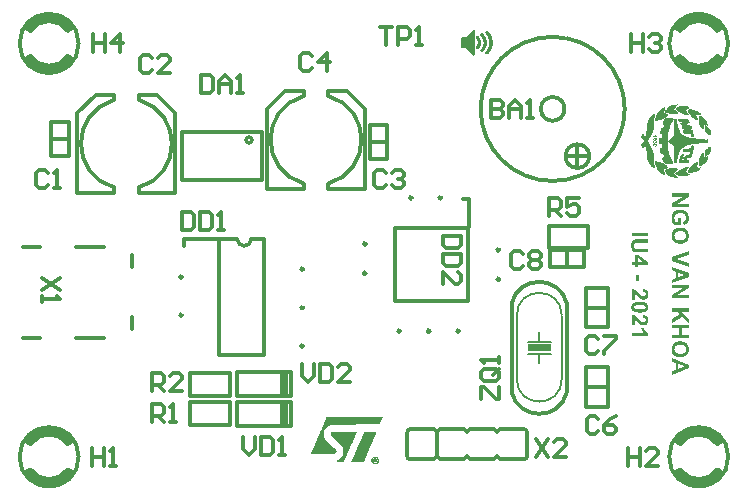
<source format=gto>
G04*
G04 #@! TF.GenerationSoftware,Altium Limited,Altium Designer,21.0.8 (223)*
G04*
G04 Layer_Color=65535*
%FSLAX24Y24*%
%MOIN*%
G70*
G04*
G04 #@! TF.SameCoordinates,8C0F5777-7222-4B99-86F0-090FC40BF16C*
G04*
G04*
G04 #@! TF.FilePolarity,Positive*
G04*
G01*
G75*
%ADD10C,0.0070*%
%ADD11C,0.0118*%
G36*
X17724Y4501D02*
X16934D01*
Y4731D01*
X17724D01*
Y4501D01*
D02*
G37*
G36*
X21217Y11695D02*
X21217Y11695D01*
X21218Y11694D01*
X21218Y11694D01*
X21219Y11692D01*
X21220Y11689D01*
X21221Y11686D01*
X21223Y11683D01*
X21226Y11679D01*
X21229Y11675D01*
X21229Y11675D01*
X21229Y11674D01*
X21230Y11674D01*
X21230Y11673D01*
X21232Y11671D01*
X21234Y11669D01*
X21237Y11666D01*
X21241Y11664D01*
X21245Y11661D01*
X21249Y11660D01*
Y11640D01*
X21122D01*
Y11664D01*
X21214D01*
X21213Y11664D01*
X21213Y11665D01*
X21212Y11665D01*
X21212Y11667D01*
X21210Y11668D01*
X21209Y11669D01*
X21208Y11671D01*
X21207Y11673D01*
X21205Y11675D01*
X21204Y11678D01*
X21202Y11680D01*
X21201Y11683D01*
X21198Y11689D01*
X21195Y11695D01*
X21217D01*
Y11695D01*
D02*
G37*
G36*
X21162Y11604D02*
X21164Y11604D01*
X21167Y11603D01*
X21171Y11602D01*
X21174Y11601D01*
X21177Y11599D01*
X21177D01*
X21178Y11599D01*
X21179Y11598D01*
X21180Y11597D01*
X21182Y11595D01*
X21184Y11593D01*
X21186Y11590D01*
X21188Y11587D01*
X21190Y11583D01*
Y11583D01*
X21191Y11584D01*
X21191Y11585D01*
X21192Y11586D01*
X21193Y11588D01*
X21195Y11591D01*
X21197Y11593D01*
X21199Y11595D01*
X21201Y11597D01*
X21202Y11597D01*
X21202Y11598D01*
X21204Y11598D01*
X21206Y11599D01*
X21208Y11600D01*
X21211Y11600D01*
X21213Y11601D01*
X21216Y11601D01*
X21217D01*
X21217D01*
X21218D01*
X21219Y11601D01*
X21220Y11601D01*
X21221Y11601D01*
X21225Y11600D01*
X21228Y11599D01*
X21232Y11597D01*
X21234Y11596D01*
X21236Y11595D01*
X21238Y11593D01*
X21240Y11591D01*
X21240Y11591D01*
X21240Y11591D01*
X21241Y11590D01*
X21241Y11589D01*
X21242Y11588D01*
X21243Y11587D01*
X21244Y11586D01*
X21244Y11584D01*
X21245Y11582D01*
X21246Y11580D01*
X21247Y11578D01*
X21248Y11575D01*
X21248Y11572D01*
X21249Y11570D01*
X21249Y11566D01*
X21249Y11563D01*
Y11561D01*
X21249Y11560D01*
X21249Y11559D01*
X21248Y11557D01*
X21248Y11555D01*
X21248Y11553D01*
X21247Y11548D01*
X21245Y11544D01*
X21244Y11542D01*
X21243Y11539D01*
X21241Y11537D01*
X21240Y11535D01*
X21240Y11535D01*
X21239Y11535D01*
X21239Y11534D01*
X21238Y11534D01*
X21237Y11533D01*
X21236Y11532D01*
X21233Y11530D01*
X21230Y11528D01*
X21226Y11527D01*
X21222Y11526D01*
X21219Y11525D01*
X21216Y11525D01*
X21216D01*
X21216D01*
X21215D01*
X21213Y11525D01*
X21211Y11526D01*
X21209Y11526D01*
X21206Y11527D01*
X21204Y11528D01*
X21201Y11530D01*
X21200Y11530D01*
X21200Y11531D01*
X21198Y11532D01*
X21197Y11533D01*
X21195Y11535D01*
X21194Y11537D01*
X21192Y11540D01*
X21190Y11543D01*
Y11542D01*
X21190Y11542D01*
X21190Y11542D01*
X21190Y11541D01*
X21189Y11539D01*
X21187Y11537D01*
X21186Y11534D01*
X21183Y11531D01*
X21181Y11529D01*
X21178Y11527D01*
X21178Y11526D01*
X21176Y11526D01*
X21175Y11525D01*
X21173Y11524D01*
X21170Y11523D01*
X21167Y11522D01*
X21163Y11521D01*
X21159Y11521D01*
X21159D01*
X21159D01*
X21158D01*
X21156Y11521D01*
X21155Y11522D01*
X21153Y11522D01*
X21151Y11522D01*
X21149Y11523D01*
X21145Y11524D01*
X21142Y11525D01*
X21140Y11526D01*
X21138Y11527D01*
X21135Y11529D01*
X21133Y11530D01*
X21131Y11532D01*
X21131Y11533D01*
X21130Y11533D01*
X21130Y11534D01*
X21129Y11534D01*
X21128Y11536D01*
X21127Y11537D01*
X21127Y11538D01*
X21125Y11540D01*
X21124Y11542D01*
X21123Y11545D01*
X21123Y11547D01*
X21122Y11550D01*
X21121Y11552D01*
X21121Y11556D01*
X21120Y11559D01*
X21120Y11562D01*
Y11564D01*
X21120Y11565D01*
X21120Y11566D01*
X21121Y11568D01*
X21121Y11570D01*
X21121Y11572D01*
X21122Y11577D01*
X21124Y11581D01*
X21125Y11584D01*
X21126Y11586D01*
X21127Y11589D01*
X21129Y11591D01*
X21129Y11591D01*
X21129Y11591D01*
X21130Y11592D01*
X21131Y11593D01*
X21132Y11594D01*
X21133Y11595D01*
X21135Y11596D01*
X21137Y11597D01*
X21139Y11599D01*
X21141Y11600D01*
X21143Y11601D01*
X21146Y11602D01*
X21149Y11603D01*
X21152Y11604D01*
X21155Y11604D01*
X21158Y11604D01*
X21158D01*
X21159D01*
X21159D01*
X21160D01*
X21162Y11604D01*
D02*
G37*
G36*
X21158Y11483D02*
X21158D01*
X21158D01*
X21157Y11483D01*
X21155Y11483D01*
X21153Y11482D01*
X21151Y11481D01*
X21149Y11481D01*
X21147Y11479D01*
X21145Y11477D01*
X21144Y11477D01*
X21144Y11477D01*
X21143Y11475D01*
X21142Y11474D01*
X21141Y11472D01*
X21141Y11470D01*
X21140Y11468D01*
X21140Y11466D01*
Y11465D01*
X21140Y11464D01*
X21140Y11463D01*
X21141Y11461D01*
X21141Y11459D01*
X21142Y11457D01*
X21144Y11455D01*
X21146Y11453D01*
X21146Y11453D01*
X21147Y11452D01*
X21148Y11451D01*
X21150Y11450D01*
X21152Y11449D01*
X21155Y11449D01*
X21158Y11448D01*
X21161Y11448D01*
X21161D01*
X21161D01*
X21163D01*
X21164Y11448D01*
X21166Y11448D01*
X21169Y11449D01*
X21171Y11450D01*
X21174Y11451D01*
X21176Y11453D01*
X21176Y11453D01*
X21177Y11454D01*
X21178Y11455D01*
X21178Y11456D01*
X21180Y11458D01*
X21180Y11460D01*
X21181Y11462D01*
X21181Y11465D01*
Y11467D01*
X21181Y11468D01*
X21181Y11469D01*
X21180Y11471D01*
X21180Y11473D01*
X21179Y11476D01*
X21199Y11473D01*
Y11472D01*
X21199Y11470D01*
X21199Y11468D01*
X21200Y11465D01*
X21200Y11463D01*
X21202Y11460D01*
X21203Y11458D01*
X21203Y11458D01*
X21204Y11457D01*
X21205Y11457D01*
X21206Y11455D01*
X21208Y11455D01*
X21210Y11454D01*
X21212Y11453D01*
X21215Y11453D01*
X21215D01*
X21216D01*
X21217Y11453D01*
X21219Y11453D01*
X21220Y11454D01*
X21222Y11455D01*
X21224Y11455D01*
X21225Y11457D01*
X21225Y11457D01*
X21226Y11457D01*
X21226Y11458D01*
X21227Y11459D01*
X21228Y11461D01*
X21228Y11463D01*
X21229Y11465D01*
X21229Y11467D01*
Y11468D01*
X21229Y11469D01*
X21228Y11471D01*
X21228Y11472D01*
X21227Y11474D01*
X21226Y11476D01*
X21225Y11477D01*
X21224Y11478D01*
X21224Y11478D01*
X21223Y11479D01*
X21221Y11480D01*
X21220Y11481D01*
X21218Y11481D01*
X21215Y11482D01*
X21212Y11483D01*
X21216Y11505D01*
X21216D01*
X21216Y11505D01*
X21217D01*
X21218Y11505D01*
X21220Y11504D01*
X21222Y11503D01*
X21225Y11502D01*
X21228Y11501D01*
X21231Y11500D01*
X21234Y11498D01*
X21234Y11498D01*
X21235Y11497D01*
X21236Y11496D01*
X21238Y11495D01*
X21240Y11493D01*
X21242Y11491D01*
X21243Y11488D01*
X21245Y11485D01*
Y11485D01*
X21245Y11485D01*
X21246Y11483D01*
X21246Y11482D01*
X21247Y11479D01*
X21248Y11477D01*
X21248Y11473D01*
X21249Y11470D01*
X21249Y11466D01*
Y11465D01*
X21249Y11463D01*
X21249Y11462D01*
X21248Y11460D01*
X21248Y11458D01*
X21248Y11456D01*
X21246Y11451D01*
X21245Y11449D01*
X21244Y11447D01*
X21243Y11444D01*
X21241Y11442D01*
X21240Y11440D01*
X21238Y11438D01*
X21237Y11437D01*
X21237Y11437D01*
X21237Y11437D01*
X21236Y11436D01*
X21234Y11435D01*
X21232Y11433D01*
X21228Y11431D01*
X21225Y11430D01*
X21221Y11429D01*
X21219Y11429D01*
X21217Y11429D01*
X21216D01*
X21216D01*
X21215Y11429D01*
X21214Y11429D01*
X21212Y11429D01*
X21211Y11430D01*
X21209Y11430D01*
X21207Y11431D01*
X21205Y11432D01*
X21203Y11433D01*
X21201Y11435D01*
X21198Y11436D01*
X21196Y11439D01*
X21194Y11441D01*
X21192Y11444D01*
X21190Y11447D01*
Y11447D01*
X21190Y11446D01*
Y11446D01*
X21190Y11445D01*
X21189Y11443D01*
X21188Y11441D01*
X21186Y11438D01*
X21185Y11435D01*
X21182Y11432D01*
X21180Y11430D01*
X21179Y11429D01*
X21178Y11429D01*
X21176Y11428D01*
X21174Y11426D01*
X21171Y11425D01*
X21168Y11424D01*
X21164Y11423D01*
X21160Y11423D01*
X21160D01*
X21159D01*
X21158D01*
X21157Y11423D01*
X21156Y11423D01*
X21154Y11424D01*
X21152Y11424D01*
X21150Y11425D01*
X21146Y11426D01*
X21143Y11427D01*
X21141Y11428D01*
X21139Y11430D01*
X21136Y11431D01*
X21134Y11433D01*
X21132Y11435D01*
X21131Y11435D01*
X21131Y11436D01*
X21131Y11437D01*
X21130Y11437D01*
X21129Y11439D01*
X21128Y11440D01*
X21127Y11442D01*
X21126Y11444D01*
X21125Y11446D01*
X21124Y11448D01*
X21123Y11451D01*
X21122Y11453D01*
X21121Y11456D01*
X21121Y11459D01*
X21120Y11462D01*
X21120Y11465D01*
Y11467D01*
X21120Y11468D01*
X21120Y11470D01*
X21121Y11471D01*
X21121Y11473D01*
X21121Y11475D01*
X21122Y11480D01*
X21124Y11485D01*
X21125Y11487D01*
X21127Y11489D01*
X21128Y11492D01*
X21130Y11494D01*
X21130Y11494D01*
X21130Y11494D01*
X21131Y11495D01*
X21132Y11496D01*
X21133Y11497D01*
X21134Y11498D01*
X21135Y11499D01*
X21137Y11500D01*
X21139Y11501D01*
X21140Y11502D01*
X21145Y11504D01*
X21150Y11506D01*
X21153Y11506D01*
X21155Y11507D01*
X21158Y11483D01*
D02*
G37*
G36*
X21190Y11408D02*
X21193Y11408D01*
X21197Y11407D01*
X21200Y11407D01*
X21204Y11407D01*
X21209Y11406D01*
X21213Y11405D01*
X21217Y11404D01*
X21221Y11403D01*
X21225Y11401D01*
X21229Y11400D01*
X21233Y11398D01*
X21236Y11396D01*
X21236Y11396D01*
X21236Y11395D01*
X21237Y11395D01*
X21238Y11394D01*
X21239Y11393D01*
X21240Y11392D01*
X21241Y11390D01*
X21242Y11388D01*
X21244Y11386D01*
X21245Y11384D01*
X21246Y11382D01*
X21247Y11379D01*
X21248Y11377D01*
X21248Y11374D01*
X21249Y11370D01*
X21249Y11367D01*
Y11365D01*
X21249Y11364D01*
X21249Y11363D01*
X21248Y11361D01*
X21248Y11359D01*
X21247Y11357D01*
X21247Y11354D01*
X21246Y11352D01*
X21245Y11350D01*
X21244Y11348D01*
X21242Y11345D01*
X21240Y11343D01*
X21238Y11341D01*
X21236Y11339D01*
X21236Y11338D01*
X21235Y11338D01*
X21234Y11338D01*
X21233Y11337D01*
X21231Y11336D01*
X21229Y11335D01*
X21227Y11334D01*
X21224Y11332D01*
X21220Y11331D01*
X21216Y11330D01*
X21212Y11329D01*
X21208Y11328D01*
X21202Y11327D01*
X21197Y11327D01*
X21191Y11326D01*
X21184Y11326D01*
X21184D01*
X21184D01*
X21184D01*
X21183D01*
X21181D01*
X21179Y11326D01*
X21176Y11327D01*
X21172Y11327D01*
X21169Y11327D01*
X21165Y11328D01*
X21160Y11328D01*
X21156Y11329D01*
X21152Y11330D01*
X21148Y11332D01*
X21143Y11333D01*
X21140Y11335D01*
X21136Y11336D01*
X21133Y11339D01*
X21133Y11339D01*
X21132Y11339D01*
X21132Y11340D01*
X21131Y11340D01*
X21130Y11342D01*
X21129Y11343D01*
X21128Y11344D01*
X21127Y11346D01*
X21125Y11348D01*
X21124Y11350D01*
X21123Y11352D01*
X21122Y11355D01*
X21121Y11358D01*
X21121Y11361D01*
X21120Y11364D01*
X21120Y11367D01*
Y11368D01*
X21120Y11369D01*
Y11370D01*
X21120Y11372D01*
X21121Y11374D01*
X21121Y11376D01*
X21122Y11378D01*
X21123Y11380D01*
X21123Y11382D01*
X21125Y11385D01*
X21126Y11387D01*
X21127Y11390D01*
X21129Y11392D01*
X21131Y11395D01*
X21134Y11397D01*
X21134Y11397D01*
X21135Y11397D01*
X21136Y11398D01*
X21137Y11399D01*
X21138Y11399D01*
X21140Y11400D01*
X21143Y11401D01*
X21146Y11402D01*
X21149Y11403D01*
X21153Y11405D01*
X21157Y11405D01*
X21161Y11406D01*
X21166Y11407D01*
X21172Y11407D01*
X21178Y11408D01*
X21185Y11408D01*
X21185D01*
X21185D01*
X21186D01*
X21186D01*
X21188D01*
X21190Y11408D01*
D02*
G37*
G36*
X21877Y12640D02*
X21868Y12631D01*
X21859Y12622D01*
X21853Y12613D01*
X21848Y12611D01*
X21838Y12600D01*
X21833Y12594D01*
X21829Y12589D01*
X21820Y12578D01*
X21851Y12552D01*
X21866Y12537D01*
X21879Y12524D01*
X21888Y12515D01*
X21890Y12513D01*
X21901Y12502D01*
X21908Y12495D01*
X21910Y12491D01*
X21916Y12465D01*
X21923Y12469D01*
X21927Y12471D01*
X21938D01*
X21943Y12467D01*
X21945Y12465D01*
X21949Y12452D01*
Y12430D01*
X21947Y12425D01*
X21938Y12421D01*
X21925Y12417D01*
X21897Y12410D01*
X21881D01*
X21868Y12408D01*
X21859D01*
X21857D01*
X21805D01*
X21783Y12410D01*
X21763Y12412D01*
X21746D01*
X21733Y12414D01*
X21724Y12417D01*
X21722D01*
X21691Y12421D01*
X21660Y12428D01*
X21634Y12432D01*
X21612Y12436D01*
X21595Y12439D01*
X21579Y12443D01*
X21571Y12445D01*
X21569D01*
X21547Y12452D01*
X21531Y12458D01*
X21520Y12465D01*
X21514Y12473D01*
X21510Y12478D01*
X21505Y12484D01*
Y12489D01*
X21507Y12498D01*
X21512Y12508D01*
X21523Y12530D01*
X21529Y12541D01*
X21536Y12550D01*
X21538Y12557D01*
X21540Y12559D01*
X21566Y12592D01*
X21577Y12603D01*
X21586Y12613D01*
X21595Y12622D01*
X21601Y12629D01*
X21604Y12631D01*
X21606Y12633D01*
X21617Y12644D01*
X21630Y12655D01*
X21641Y12664D01*
X21645Y12666D01*
X21665Y12677D01*
X21678Y12686D01*
X21687Y12690D01*
X21689Y12692D01*
X21717Y12705D01*
X21739Y12712D01*
X21752Y12716D01*
X21757Y12718D01*
X21768Y12721D01*
X21781Y12723D01*
X21807Y12725D01*
X21818D01*
X21827Y12727D01*
X21833D01*
X21835D01*
X21940Y12729D01*
X21877Y12640D01*
D02*
G37*
G36*
X22393Y12563D02*
X22424Y12561D01*
X22452Y12557D01*
X22478Y12550D01*
X22498Y12546D01*
X22516Y12541D01*
X22524Y12539D01*
X22529Y12537D01*
X22557Y12526D01*
X22583Y12513D01*
X22603Y12500D01*
X22620Y12489D01*
X22636Y12478D01*
X22645Y12469D01*
X22651Y12465D01*
X22653Y12463D01*
X22660Y12434D01*
X22675Y12436D01*
X22688Y12434D01*
X22697Y12430D01*
X22699Y12428D01*
X22708Y12417D01*
X22712Y12408D01*
X22715Y12401D01*
Y12399D01*
X22712Y12390D01*
X22710Y12384D01*
X22701Y12375D01*
X22690Y12373D01*
X22688D01*
X22686D01*
X22664D01*
X22642D01*
X22634D01*
X22625D01*
X22620D01*
X22618D01*
X22596Y12375D01*
X22579D01*
X22566Y12377D01*
X22557D01*
X22553Y12379D01*
X22551D01*
X22548D01*
X22551Y12377D01*
X22555Y12369D01*
X22561Y12362D01*
X22564Y12360D01*
X22577Y12336D01*
X22588Y12316D01*
X22596Y12299D01*
X22603Y12285D01*
X22607Y12274D01*
X22612Y12266D01*
X22614Y12261D01*
Y12259D01*
X22618Y12246D01*
X22620Y12237D01*
Y12222D01*
X22616Y12213D01*
X22614Y12211D01*
X22607Y12209D01*
X22596D01*
X22583Y12211D01*
X22570Y12213D01*
X22559Y12218D01*
X22548Y12222D01*
X22542Y12224D01*
X22540Y12226D01*
X22500Y12248D01*
X22483Y12259D01*
X22467Y12270D01*
X22456Y12279D01*
X22448Y12285D01*
X22441Y12290D01*
X22439Y12292D01*
X22413Y12316D01*
X22391Y12340D01*
X22380Y12351D01*
X22373Y12358D01*
X22369Y12364D01*
X22367Y12366D01*
X22341Y12401D01*
X22317Y12434D01*
X22308Y12447D01*
X22301Y12458D01*
X22297Y12467D01*
X22295Y12469D01*
X22286Y12489D01*
X22279Y12504D01*
X22275Y12517D01*
Y12541D01*
X22277Y12546D01*
X22284Y12552D01*
X22297Y12557D01*
X22310Y12561D01*
X22325Y12563D01*
X22338D01*
X22352Y12565D01*
X22360D01*
X22362D01*
X22393Y12563D01*
D02*
G37*
G36*
X22157Y12686D02*
X22185Y12681D01*
X22198D01*
X22207Y12679D01*
X22214Y12677D01*
X22216D01*
X22233Y12673D01*
X22249Y12668D01*
X22262Y12666D01*
X22273Y12662D01*
X22279Y12659D01*
X22284Y12657D01*
X22288Y12655D01*
X22292Y12629D01*
X22297Y12635D01*
X22301Y12640D01*
X22310Y12642D01*
X22317D01*
X22319D01*
X22327Y12635D01*
X22330Y12627D01*
X22332Y12620D01*
Y12611D01*
X22327Y12607D01*
X22321Y12598D01*
X22312Y12594D01*
X22310Y12592D01*
X22308D01*
X22290Y12581D01*
X22275Y12572D01*
X22262Y12565D01*
X22260Y12563D01*
X22257D01*
X22240Y12554D01*
X22227Y12548D01*
X22218Y12543D01*
X22216Y12541D01*
X22208Y12537D01*
X22209Y12537D01*
X22214Y12533D01*
X22216Y12530D01*
X22229Y12515D01*
X22242Y12500D01*
X22253Y12489D01*
X22255Y12487D01*
X22257Y12484D01*
X22330Y12379D01*
X22273Y12373D01*
X22253D01*
X22231Y12375D01*
X22212Y12379D01*
X22192Y12386D01*
X22174Y12390D01*
X22161Y12395D01*
X22152Y12397D01*
X22148Y12399D01*
X22096Y12421D01*
X22072Y12434D01*
X22050Y12445D01*
X22032Y12456D01*
X22017Y12463D01*
X22008Y12469D01*
X22006Y12471D01*
X21973Y12491D01*
X21945Y12513D01*
X21932Y12522D01*
X21923Y12528D01*
X21916Y12533D01*
X21914Y12535D01*
X21897Y12548D01*
X21886Y12561D01*
X21877Y12570D01*
X21870Y12578D01*
X21866Y12583D01*
X21864Y12587D01*
Y12592D01*
X21866Y12600D01*
X21873Y12609D01*
X21883Y12618D01*
X21894Y12624D01*
X21903Y12631D01*
X21914Y12635D01*
X21921Y12638D01*
X21923Y12640D01*
X21967Y12655D01*
X21984Y12662D01*
X21999Y12666D01*
X22013Y12670D01*
X22021Y12673D01*
X22028Y12675D01*
X22030D01*
X22048Y12679D01*
X22063Y12683D01*
X22074Y12686D01*
X22076D01*
X22078D01*
X22098Y12688D01*
X22113D01*
X22122D01*
X22126D01*
X22157Y12686D01*
D02*
G37*
G36*
X21505Y12633D02*
X21507D01*
X21514Y12629D01*
X21516Y12620D01*
Y12589D01*
X21514Y12583D01*
X21512Y12576D01*
Y12574D01*
X21499Y12543D01*
X21490Y12513D01*
X21485Y12502D01*
X21481Y12493D01*
X21479Y12487D01*
Y12484D01*
X21475Y12467D01*
X21470Y12454D01*
X21468Y12443D01*
X21466Y12434D01*
X21464Y12430D01*
X21468D01*
X21475Y12428D01*
X21485D01*
X21496D01*
X21507D01*
X21518D01*
X21525D01*
X21527D01*
X21555D01*
X21577Y12423D01*
X21595Y12421D01*
X21608Y12417D01*
X21617Y12412D01*
X21621Y12410D01*
X21625Y12406D01*
X21628Y12397D01*
X21625Y12384D01*
X21619Y12371D01*
X21612Y12360D01*
X21604Y12347D01*
X21595Y12338D01*
X21588Y12331D01*
X21586Y12329D01*
X21566Y12314D01*
X21544Y12299D01*
X21536Y12294D01*
X21529Y12290D01*
X21525Y12285D01*
X21523D01*
X21492Y12268D01*
X21464Y12255D01*
X21453Y12250D01*
X21444Y12246D01*
X21437Y12244D01*
X21435D01*
X21402Y12231D01*
X21372Y12220D01*
X21361Y12215D01*
X21352Y12213D01*
X21345Y12211D01*
X21343D01*
X21304Y12200D01*
X21289Y12198D01*
X21273Y12194D01*
X21262Y12191D01*
X21254D01*
X21247Y12189D01*
X21245D01*
X21179Y12183D01*
X21184Y12237D01*
X21188Y12261D01*
X21195Y12283D01*
X21201Y12303D01*
X21206Y12318D01*
X21212Y12331D01*
X21214Y12342D01*
X21219Y12349D01*
Y12351D01*
X21230Y12375D01*
X21238Y12397D01*
X21249Y12419D01*
X21260Y12436D01*
X21267Y12449D01*
X21273Y12460D01*
X21278Y12467D01*
X21280Y12469D01*
X21293Y12487D01*
X21310Y12504D01*
X21326Y12522D01*
X21341Y12535D01*
X21354Y12548D01*
X21365Y12557D01*
X21372Y12563D01*
X21374Y12565D01*
X21385Y12578D01*
X21398Y12589D01*
X21426Y12609D01*
X21437Y12616D01*
X21448Y12622D01*
X21455Y12624D01*
X21457Y12627D01*
X21468Y12631D01*
X21479Y12633D01*
X21494Y12635D01*
X21505Y12633D01*
D02*
G37*
G36*
X22706Y12342D02*
X22732Y12329D01*
X22743Y12323D01*
X22752Y12318D01*
X22756Y12316D01*
X22758Y12314D01*
X22776Y12303D01*
X22789Y12294D01*
X22802Y12285D01*
X22813Y12279D01*
X22820Y12274D01*
X22826Y12270D01*
X22830Y12266D01*
X22855Y12244D01*
X22874Y12220D01*
X22883Y12209D01*
X22889Y12200D01*
X22892Y12196D01*
X22894Y12194D01*
X22905Y12178D01*
X22911Y12163D01*
X22918Y12152D01*
X22920Y12141D01*
X22922Y12135D01*
Y12124D01*
X22931Y12091D01*
X22944Y12080D01*
X22953Y12067D01*
X22957Y12056D01*
Y12043D01*
X22955Y12034D01*
X22946Y12027D01*
X22935Y12023D01*
X22933D01*
X22931D01*
X22922Y12025D01*
X22911Y12030D01*
X22900Y12034D01*
X22898Y12036D01*
X22896D01*
X22879Y12045D01*
X22861Y12054D01*
X22848Y12062D01*
X22846Y12065D01*
X22844D01*
X22828Y12073D01*
X22817Y12080D01*
X22811Y12086D01*
X22806Y12089D01*
X22800Y12093D01*
Y12089D01*
X22802Y12082D01*
Y12069D01*
X22804Y12058D01*
Y12045D01*
X22806Y12034D01*
Y11957D01*
X22804Y11940D01*
X22802Y11927D01*
X22798Y11920D01*
X22795Y11918D01*
X22785Y11916D01*
X22771Y11918D01*
X22760Y11925D01*
X22750Y11931D01*
X22741Y11940D01*
X22734Y11946D01*
X22730Y11951D01*
X22728Y11953D01*
X22706Y11984D01*
X22690Y12012D01*
X22684Y12023D01*
X22680Y12032D01*
X22677Y12036D01*
Y12038D01*
X22671Y12056D01*
X22664Y12075D01*
X22655Y12113D01*
X22651Y12128D01*
X22649Y12141D01*
X22647Y12152D01*
Y12154D01*
X22642Y12180D01*
X22640Y12202D01*
X22638Y12224D01*
Y12242D01*
X22636Y12257D01*
Y12294D01*
X22638Y12307D01*
Y12318D01*
X22640Y12325D01*
X22642Y12336D01*
Y12340D01*
X22651Y12349D01*
X22664Y12351D01*
X22675D01*
X22677D01*
X22680D01*
X22706Y12342D01*
D02*
G37*
G36*
X22312Y12185D02*
X22319Y12183D01*
X22323Y12176D01*
X22327Y12170D01*
X22330Y12167D01*
X22336Y12154D01*
X22338Y12145D01*
X22341Y12139D01*
Y12130D01*
X22336Y12126D01*
X22327Y12115D01*
X22319Y12110D01*
X22317Y12108D01*
X22314D01*
X22297Y12100D01*
X22279Y12093D01*
X22268Y12089D01*
X22266Y12086D01*
X22264D01*
X22240Y12078D01*
X22222Y12072D01*
X22225Y12071D01*
X22253Y12062D01*
X22264Y12060D01*
X22273Y12056D01*
X22279Y12054D01*
X22282D01*
X22314Y12045D01*
X22338Y12038D01*
X22349Y12036D01*
X22356Y12034D01*
X22360Y12032D01*
X22362D01*
X22373Y12027D01*
X22384Y12025D01*
X22391Y12021D01*
X22395Y12019D01*
X22400Y12016D01*
X22402Y12014D01*
X22406Y12010D01*
X22411Y12003D01*
X22415Y11999D01*
Y11997D01*
X22417Y11990D01*
X22413Y11988D01*
X22408D01*
X22406D01*
X22415Y11955D01*
X22421Y11940D01*
X22426Y11929D01*
Y11911D01*
X22419Y11905D01*
X22417Y11903D01*
X22415D01*
X22408Y11901D01*
X22402Y11898D01*
X22382Y11896D01*
X22358Y11894D01*
X22332D01*
X22308Y11892D01*
X22286D01*
X22277D01*
X22273D01*
X22268D01*
X22266D01*
X22227D01*
X22209D01*
X22194D01*
X22179Y11894D01*
X22168D01*
X22161D01*
X22159D01*
X22142Y11896D01*
X22126D01*
X22113Y11901D01*
X22104Y11903D01*
X22098Y11905D01*
X22093Y11907D01*
X22091Y11909D01*
X22087Y11922D01*
X22085Y11927D01*
Y11929D01*
X22083Y11935D01*
Y11940D01*
X22080Y11944D01*
X22074Y11997D01*
X22155D01*
X22148Y11999D01*
X22124Y12005D01*
X22107Y12012D01*
X22089Y12019D01*
X22078Y12025D01*
X22069Y12027D01*
X22065Y12032D01*
X22063D01*
X22052Y12038D01*
X22043Y12047D01*
X22037Y12056D01*
X22032Y12062D01*
X22026Y12075D01*
Y12082D01*
X22028Y12089D01*
X22030Y12095D01*
X22043Y12108D01*
X22054Y12117D01*
X22056Y12119D01*
X22058D01*
X22085Y12130D01*
X22100Y12136D01*
X21993Y12137D01*
X21969Y12174D01*
X21962Y12183D01*
X21956Y12191D01*
X21953Y12198D01*
X21951Y12200D01*
X21947Y12207D01*
X21945Y12213D01*
Y12220D01*
X21947Y12229D01*
X21953Y12235D01*
X21962Y12239D01*
X21973Y12244D01*
X21982Y12246D01*
X21991Y12248D01*
X21997D01*
X21999D01*
X22041Y12250D01*
X22061D01*
X22078D01*
X22093D01*
X22104D01*
X22113D01*
X22115D01*
X22271D01*
X22312Y12185D01*
D02*
G37*
G36*
X22865Y12036D02*
X22874Y12032D01*
X22894Y12021D01*
X22903Y12014D01*
X22911Y12008D01*
X22916Y12005D01*
X22918Y12003D01*
X22949Y11977D01*
X22970Y11957D01*
X22979Y11951D01*
X22986Y11944D01*
X22988Y11942D01*
X22990Y11940D01*
X23008Y11918D01*
X23021Y11896D01*
X23025Y11887D01*
X23029Y11881D01*
X23032Y11876D01*
Y11874D01*
X23038Y11861D01*
X23040Y11848D01*
Y11828D01*
X23038Y11815D01*
X23036Y11811D01*
X23047Y11776D01*
X23056Y11761D01*
X23060Y11745D01*
Y11717D01*
X23056Y11710D01*
X23047Y11701D01*
X23038Y11697D01*
X23036D01*
X23034D01*
X23025Y11699D01*
X23014Y11701D01*
X22990Y11712D01*
X22979Y11719D01*
X22970Y11723D01*
X22964Y11726D01*
X22962Y11728D01*
X22944Y11739D01*
X22931Y11747D01*
X22920Y11754D01*
X22911Y11761D01*
X22905Y11765D01*
X22900Y11769D01*
X22898Y11771D01*
X22887Y11782D01*
X22879Y11793D01*
X22872Y11800D01*
X22870Y11804D01*
X22863Y11817D01*
X22859Y11828D01*
X22855Y11835D01*
Y11837D01*
X22850Y11850D01*
X22846Y11868D01*
X22839Y11905D01*
X22837Y11925D01*
X22835Y11940D01*
X22833Y11949D01*
Y11981D01*
X22835Y12003D01*
X22839Y12016D01*
X22844Y12027D01*
X22848Y12034D01*
X22855Y12036D01*
X22857Y12038D01*
X22859D01*
X22865Y12036D01*
D02*
G37*
G36*
X22450Y11791D02*
X22461Y11758D01*
X22470Y11732D01*
X22474Y11712D01*
X22478Y11695D01*
X22481Y11682D01*
X22483Y11671D01*
Y11660D01*
X22481Y11651D01*
X22474Y11645D01*
X22459Y11636D01*
X22443Y11634D01*
X22439D01*
X22437D01*
X22391D01*
X22376Y11710D01*
X22367Y11752D01*
X22266Y11754D01*
X22242D01*
X22222D01*
X22205Y11756D01*
X22190D01*
X22177D01*
X22168Y11758D01*
X22163D01*
X22161D01*
X22148Y11761D01*
X22139Y11763D01*
X22133Y11767D01*
X22126Y11771D01*
X22122Y11778D01*
X22120Y11782D01*
Y11791D01*
X22117Y11796D01*
Y11798D01*
X22115Y11809D01*
X22113Y11813D01*
Y11815D01*
X22107Y11868D01*
X22459D01*
X22450Y11791D01*
D02*
G37*
G36*
X21149Y12395D02*
X21160Y12406D01*
X21171Y12412D01*
X21177Y12414D01*
X21184Y12417D01*
X21188Y12414D01*
X21190Y12412D01*
X21192Y12406D01*
Y12397D01*
X21188Y12377D01*
X21184Y12369D01*
X21181Y12362D01*
X21179Y12358D01*
Y12355D01*
X21171Y12323D01*
X21164Y12290D01*
X21162Y12277D01*
X21160Y12266D01*
X21157Y12257D01*
Y12255D01*
X21155Y12229D01*
X21153Y12200D01*
X21151Y12172D01*
X21149Y12143D01*
Y12117D01*
X21146Y12097D01*
Y12078D01*
X21144Y12043D01*
Y12012D01*
X21142Y11988D01*
X21140Y11968D01*
Y11953D01*
X21138Y11944D01*
Y11935D01*
X21133Y11905D01*
X21127Y11881D01*
X21122Y11870D01*
X21120Y11863D01*
X21118Y11859D01*
Y11857D01*
X21103Y11813D01*
X21094Y11791D01*
X21085Y11771D01*
X21079Y11754D01*
X21072Y11741D01*
X21068Y11732D01*
X21066Y11730D01*
X21041Y11680D01*
X21028Y11656D01*
X21017Y11636D01*
X21009Y11618D01*
X21000Y11605D01*
X20996Y11597D01*
X20993Y11594D01*
X20978Y11568D01*
X20965Y11548D01*
X20958Y11537D01*
X20956Y11533D01*
X20952Y11524D01*
X20950Y11520D01*
X20945Y11511D01*
X20943Y11509D01*
X20945Y11507D01*
X20950Y11500D01*
X20954Y11492D01*
X20956Y11487D01*
X20967Y11467D01*
X20978Y11448D01*
X20987Y11435D01*
X20989Y11432D01*
Y11430D01*
X21020Y11378D01*
X21033Y11354D01*
X21044Y11334D01*
X21052Y11317D01*
X21059Y11301D01*
X21063Y11293D01*
X21066Y11290D01*
X21087Y11242D01*
X21098Y11220D01*
X21105Y11201D01*
X21111Y11183D01*
X21116Y11172D01*
X21120Y11163D01*
Y11161D01*
X21129Y11135D01*
X21133Y11111D01*
X21136Y11102D01*
X21138Y11093D01*
Y11087D01*
X21140Y11069D01*
X21142Y11048D01*
X21144Y10999D01*
Y10980D01*
X21146Y10960D01*
Y10945D01*
X21149Y10903D01*
X21151Y10868D01*
Y10838D01*
X21153Y10811D01*
X21155Y10792D01*
X21157Y10779D01*
Y10768D01*
X21162Y10746D01*
X21164Y10726D01*
X21168Y10709D01*
X21173Y10695D01*
X21175Y10685D01*
X21177Y10676D01*
X21179Y10671D01*
Y10669D01*
X21186Y10654D01*
X21188Y10641D01*
X21190Y10632D01*
Y10615D01*
X21188Y10606D01*
X21186Y10601D01*
X21184Y10599D01*
X21177Y10597D01*
X21166Y10601D01*
X21155Y10606D01*
X21142Y10612D01*
X21131Y10619D01*
X21122Y10625D01*
X21116Y10630D01*
X21114Y10632D01*
X21079Y10660D01*
X21063Y10674D01*
X21052Y10685D01*
X21041Y10695D01*
X21035Y10702D01*
X21031Y10706D01*
X21028Y10709D01*
X21004Y10737D01*
X20985Y10765D01*
X20978Y10779D01*
X20972Y10790D01*
X20969Y10796D01*
X20967Y10798D01*
X20950Y10835D01*
X20943Y10853D01*
X20937Y10868D01*
X20932Y10881D01*
X20930Y10890D01*
X20928Y10897D01*
Y10899D01*
X20926Y10910D01*
X20921Y10921D01*
X20917Y10947D01*
X20915Y10958D01*
Y10967D01*
X20912Y10973D01*
Y10975D01*
X20910Y11015D01*
X20908Y11034D01*
X20906Y11050D01*
Y11065D01*
X20904Y11076D01*
Y11087D01*
X20902Y11126D01*
Y11144D01*
X20899Y11161D01*
Y11174D01*
X20897Y11188D01*
Y11216D01*
X20895Y11233D01*
Y11258D01*
X20893Y11264D01*
Y11275D01*
X20888Y11308D01*
X20882Y11338D01*
X20880Y11349D01*
X20877Y11360D01*
X20875Y11367D01*
Y11369D01*
X20871Y11387D01*
X20869Y11400D01*
X20868Y11401D01*
X20867Y11395D01*
X20862Y11384D01*
X20853Y11365D01*
X20849Y11356D01*
X20845Y11349D01*
X20842Y11345D01*
X20840Y11343D01*
X20829Y11325D01*
X20816Y11308D01*
X20807Y11295D01*
X20805Y11293D01*
X20803Y11290D01*
X20794Y11282D01*
X20786Y11275D01*
X20777Y11273D01*
X20770D01*
X20759D01*
X20757Y11275D01*
X20755D01*
X20753Y11282D01*
X20751Y11288D01*
X20748Y11295D01*
Y11297D01*
X20744Y11308D01*
X20740Y11317D01*
X20738Y11325D01*
X20735Y11328D01*
X20720Y11380D01*
X20762Y11428D01*
X20768Y11437D01*
X20777Y11448D01*
X20783Y11454D01*
X20786Y11459D01*
X20797Y11472D01*
X20803Y11481D01*
X20807Y11489D01*
X20810Y11492D01*
X20829Y11509D01*
X20810Y11531D01*
X20803Y11542D01*
X20794Y11553D01*
X20788Y11559D01*
X20786Y11564D01*
X20777Y11575D01*
X20768Y11583D01*
X20766Y11588D01*
X20764Y11590D01*
X20720Y11640D01*
X20738Y11704D01*
X20742Y11712D01*
X20746Y11721D01*
X20751Y11730D01*
X20753Y11734D01*
X20762Y11745D01*
X20770Y11752D01*
X20777Y11754D01*
X20779D01*
X20786Y11752D01*
X20790Y11750D01*
X20801Y11741D01*
X20810Y11732D01*
X20812Y11728D01*
X20825Y11708D01*
X20834Y11693D01*
X20840Y11684D01*
X20842Y11680D01*
X20849Y11664D01*
X20856Y11653D01*
X20860Y11642D01*
X20864Y11636D01*
X20871Y11625D01*
X20873Y11623D01*
Y11627D01*
X20875Y11636D01*
Y11645D01*
X20877Y11649D01*
Y11651D01*
X20884Y11684D01*
X20888Y11715D01*
X20891Y11726D01*
X20893Y11734D01*
Y11754D01*
X20895Y11765D01*
Y11793D01*
X20897Y11804D01*
Y11824D01*
X20899Y11866D01*
X20902Y11885D01*
Y11901D01*
X20904Y11916D01*
Y11935D01*
X20908Y11992D01*
X20915Y12040D01*
X20921Y12082D01*
X20928Y12117D01*
X20934Y12143D01*
X20941Y12163D01*
X20943Y12174D01*
X20945Y12178D01*
X20958Y12209D01*
X20976Y12237D01*
X20993Y12266D01*
X21013Y12290D01*
X21031Y12312D01*
X21044Y12327D01*
X21052Y12338D01*
X21057Y12342D01*
X21074Y12358D01*
X21090Y12371D01*
X21101Y12382D01*
X21103Y12384D01*
X21105Y12386D01*
X21125Y12401D01*
X21140Y12412D01*
X21151Y12417D01*
X21155Y12419D01*
X21149Y12395D01*
D02*
G37*
G36*
X21652Y12264D02*
X21687D01*
X21700D01*
X21713D01*
X21724D01*
X21733D01*
X21737D01*
X21739D01*
X21752D01*
X21763Y12261D01*
X21770D01*
X21774D01*
X21776Y12259D01*
X21783Y12233D01*
X21792Y12235D01*
X21796Y12233D01*
X21800Y12231D01*
Y12222D01*
X21794Y12207D01*
X21783Y12191D01*
X21776Y12178D01*
X21772Y12176D01*
Y12174D01*
X21757Y12154D01*
X21744Y12132D01*
X21730Y12113D01*
X21719Y12091D01*
X21711Y12073D01*
X21704Y12060D01*
X21700Y12051D01*
X21698Y12047D01*
X21687Y12016D01*
X21674Y11984D01*
X21665Y11953D01*
X21654Y11922D01*
X21647Y11898D01*
X21641Y11876D01*
X21639Y11863D01*
X21636Y11861D01*
Y11859D01*
X21632Y11835D01*
X21625Y11806D01*
X21621Y11780D01*
X21617Y11756D01*
X21614Y11732D01*
X21612Y11715D01*
X21610Y11704D01*
Y11699D01*
X21606Y11662D01*
X21604Y11627D01*
X21601Y11594D01*
Y11564D01*
X21599Y11540D01*
Y11519D01*
X21586Y11509D01*
X21599Y11498D01*
X21601Y11465D01*
Y11428D01*
X21604Y11395D01*
X21606Y11367D01*
X21608Y11341D01*
X21610Y11323D01*
X21612Y11310D01*
Y11306D01*
X21617Y11268D01*
X21621Y11236D01*
X21628Y11207D01*
X21632Y11181D01*
X21639Y11161D01*
X21641Y11146D01*
X21645Y11135D01*
Y11133D01*
X21654Y11102D01*
X21663Y11072D01*
X21671Y11043D01*
X21680Y11019D01*
X21689Y10999D01*
X21695Y10984D01*
X21698Y10975D01*
X21700Y10971D01*
X21713Y10943D01*
X21726Y10919D01*
X21737Y10899D01*
X21748Y10879D01*
X21754Y10866D01*
X21761Y10855D01*
X21765Y10849D01*
X21768Y10846D01*
X21776Y10835D01*
X21781Y10825D01*
X21785Y10818D01*
X21787Y10816D01*
X21792Y10805D01*
X21796Y10794D01*
Y10787D01*
X21794Y10779D01*
X21787Y10772D01*
X21776Y10765D01*
X21768Y10761D01*
X21757Y10759D01*
X21746Y10757D01*
X21739D01*
X21737D01*
X21706Y10755D01*
X21678D01*
X21667D01*
X21658D01*
X21652D01*
X21649D01*
X21614D01*
X21599D01*
X21586D01*
X21575Y10757D01*
X21566D01*
X21562D01*
X21560D01*
X21542Y10759D01*
X21529Y10761D01*
X21518D01*
X21510Y10763D01*
X21505Y10765D01*
X21501D01*
X21499Y10768D01*
X21492Y10774D01*
X21485Y10787D01*
X21477Y10800D01*
X21470Y10816D01*
X21461Y10829D01*
X21457Y10842D01*
X21453Y10851D01*
X21450Y10853D01*
X21440Y10877D01*
X21431Y10897D01*
X21426Y10910D01*
X21422Y10921D01*
X21420Y10929D01*
X21418Y10934D01*
Y10938D01*
X21422Y10951D01*
X21429Y10960D01*
X21435Y10964D01*
X21440D01*
X21455D01*
X21468D01*
X21477D01*
X21479D01*
X21485D01*
Y10967D01*
X21481Y10982D01*
X21477Y10999D01*
X21472Y11015D01*
X21470Y11019D01*
Y11021D01*
X21453Y11080D01*
X21431D01*
X21420D01*
X21407D01*
X21396Y11083D01*
X21394D01*
X21391D01*
X21383Y11085D01*
X21378Y11087D01*
X21370Y11096D01*
X21367Y11102D01*
Y11111D01*
X21365Y11118D01*
X21363Y11124D01*
Y11128D01*
X21361Y11144D01*
X21359Y11155D01*
X21356Y11163D01*
Y11168D01*
X21352Y11194D01*
X21348Y11216D01*
X21345Y11233D01*
Y11268D01*
X21350Y11275D01*
X21359Y11282D01*
X21378Y11288D01*
X21387D01*
X21396Y11290D01*
X21402D01*
X21405D01*
X21420D01*
X21413Y11332D01*
X21411Y11354D01*
Y11371D01*
X21409Y11384D01*
Y11393D01*
X21407Y11400D01*
Y11404D01*
X21402Y11406D01*
X21396D01*
X21389D01*
X21387D01*
X21328D01*
Y11616D01*
X21387D01*
X21394D01*
X21398D01*
X21402D01*
X21407Y11614D01*
Y11631D01*
X21409Y11649D01*
X21411Y11664D01*
X21413Y11677D01*
Y11684D01*
X21420Y11730D01*
X21405D01*
X21389D01*
X21376Y11732D01*
X21367Y11734D01*
X21363Y11736D01*
X21356Y11741D01*
X21352Y11745D01*
X21348Y11758D01*
Y11776D01*
X21350Y11780D01*
X21352Y11789D01*
X21354Y11798D01*
Y11802D01*
X21359Y11820D01*
X21361Y11835D01*
X21365Y11846D01*
Y11850D01*
X21385Y11940D01*
X21461D01*
X21479Y11995D01*
X21485Y12016D01*
X21492Y12032D01*
X21494Y12043D01*
X21496Y12047D01*
X21497Y12050D01*
X21496Y12049D01*
X21490D01*
X21488D01*
X21470Y12051D01*
X21457Y12054D01*
X21448Y12058D01*
X21446Y12060D01*
X21442Y12065D01*
X21440Y12071D01*
X21435Y12084D01*
Y12102D01*
X21442Y12121D01*
X21450Y12143D01*
X21453Y12152D01*
X21457Y12161D01*
X21459Y12165D01*
Y12167D01*
X21472Y12196D01*
X21485Y12215D01*
X21494Y12229D01*
X21496Y12231D01*
Y12233D01*
X21520Y12266D01*
X21652Y12264D01*
D02*
G37*
G36*
X23040Y11321D02*
X23047Y11319D01*
X23054Y11308D01*
X23058Y11293D01*
X23060Y11273D01*
X23058Y11255D01*
X23056Y11240D01*
X23054Y11229D01*
Y11225D01*
X23045Y11190D01*
X23036Y11161D01*
X23027Y11137D01*
X23021Y11120D01*
X23014Y11107D01*
X23008Y11098D01*
X23005Y11093D01*
X23003Y11091D01*
X22994Y11083D01*
X22984Y11074D01*
X22959Y11052D01*
X22949Y11043D01*
X22938Y11034D01*
X22931Y11030D01*
X22929Y11028D01*
X22911Y11013D01*
X22896Y11002D01*
X22883Y10993D01*
X22874Y10989D01*
X22868Y10984D01*
X22863Y10982D01*
X22861D01*
X22850Y10986D01*
X22841Y10995D01*
X22837Y11010D01*
X22835Y11026D01*
X22833Y11041D01*
Y11069D01*
X22835Y11098D01*
X22839Y11124D01*
X22844Y11144D01*
X22846Y11159D01*
X22850Y11170D01*
X22852Y11177D01*
X22855Y11181D01*
Y11183D01*
X22859Y11194D01*
X22863Y11207D01*
X22868Y11214D01*
X22870Y11218D01*
X22879Y11229D01*
X22885Y11238D01*
X22889Y11242D01*
X22892Y11244D01*
X22900Y11253D01*
X22911Y11260D01*
X22933Y11277D01*
X22944Y11284D01*
X22953Y11290D01*
X22959Y11293D01*
X22962Y11295D01*
X22979Y11303D01*
X22994Y11310D01*
X23008Y11317D01*
X23019Y11319D01*
X23025Y11321D01*
X23029Y11323D01*
X23034D01*
X23040Y11321D01*
D02*
G37*
G36*
X22448Y11363D02*
X22452D01*
X22454D01*
X22459Y11360D01*
X22467Y11330D01*
X22472Y11332D01*
X22476Y11330D01*
X22478Y11323D01*
Y11310D01*
X22476Y11286D01*
X22472Y11262D01*
X22470Y11251D01*
X22467Y11242D01*
X22465Y11236D01*
Y11233D01*
X22461Y11209D01*
X22454Y11185D01*
X22452Y11177D01*
Y11168D01*
X22450Y11163D01*
Y11161D01*
X22448Y11146D01*
X22443Y11135D01*
X22441Y11126D01*
Y11118D01*
X22437Y11109D01*
Y11107D01*
X22435Y11091D01*
X22432Y11080D01*
X22428Y11072D01*
X22426Y11063D01*
X22421Y11054D01*
X22419Y11052D01*
X22411Y11045D01*
X22415D01*
X22404Y10993D01*
X22397Y10978D01*
X22391Y10964D01*
X22384Y10956D01*
X22380Y10949D01*
X22371Y10940D01*
X22369Y10938D01*
X22362Y10934D01*
X22352Y10932D01*
X22330D01*
X22321D01*
X22312D01*
X22306D01*
X22303D01*
X22290D01*
X22279D01*
X22271D01*
X22266D01*
X22260D01*
X22257D01*
X22251Y10923D01*
X22249Y10921D01*
Y10919D01*
X22247Y10908D01*
Y10901D01*
X22249Y10899D01*
Y10897D01*
X22255Y10892D01*
X22266Y10890D01*
X22273Y10888D01*
X22277D01*
X22286Y10886D01*
X22295D01*
X22301Y10884D01*
X22303D01*
X22312Y10879D01*
X22321Y10875D01*
X22327Y10870D01*
X22330Y10868D01*
X22327Y10855D01*
X22325Y10846D01*
X22323Y10840D01*
X22321Y10838D01*
X22317Y10827D01*
X22310Y10818D01*
X22308Y10811D01*
X22306Y10809D01*
X22277Y10772D01*
X21969D01*
Y10822D01*
X21971Y10835D01*
X21973Y10851D01*
X21982Y10884D01*
X21986Y10899D01*
X21988Y10912D01*
X21993Y10921D01*
Y10923D01*
X22002Y10947D01*
X22010Y10969D01*
X22017Y10986D01*
X22023Y10999D01*
X22030Y11013D01*
X22032Y11019D01*
X22037Y11024D01*
Y11026D01*
X22045Y11039D01*
X22054Y11050D01*
X22061Y11054D01*
X22063Y11056D01*
X22076Y11061D01*
X22091Y11063D01*
X22102D01*
X22104D01*
X22107D01*
X22161D01*
X22117Y10951D01*
X22111Y10936D01*
X22104Y10923D01*
X22100Y10912D01*
X22096Y10905D01*
X22093Y10901D01*
Y10899D01*
X22091Y10897D01*
X22089Y10892D01*
X22087Y10890D01*
X22085D01*
X22100Y10886D01*
X22107D01*
X22109D01*
X22117Y10884D01*
X22126D01*
X22133D01*
X22135D01*
X22142D01*
X22137Y10888D01*
X22135Y10912D01*
X22137Y10934D01*
X22139Y10943D01*
X22142Y10949D01*
X22144Y10954D01*
Y10956D01*
X22155Y10980D01*
X22168Y10997D01*
X22179Y11010D01*
X22183Y11013D01*
Y11015D01*
X22203Y11030D01*
X22216Y11039D01*
X22227Y11041D01*
X22229Y11043D01*
X22238D01*
X22249Y11045D01*
X22277D01*
X22288D01*
X22299D01*
X22308D01*
X22310D01*
X22326D01*
X22332Y11098D01*
X22334Y11109D01*
Y11118D01*
X22336Y11124D01*
Y11126D01*
X22338Y11135D01*
Y11142D01*
X22249Y11144D01*
X22216D01*
X22187D01*
X22177Y11146D01*
X22168D01*
X22163D01*
X22161D01*
X22148Y11148D01*
X22135Y11150D01*
X22126Y11155D01*
X22120Y11157D01*
X22111Y11166D01*
X22109Y11168D01*
Y11181D01*
X22111Y11192D01*
Y11201D01*
X22113Y11207D01*
Y11209D01*
X22122Y11255D01*
X22264Y11260D01*
X22367Y11262D01*
X22376Y11299D01*
X22380Y11321D01*
X22386Y11336D01*
X22389Y11347D01*
X22391Y11349D01*
X22402Y11358D01*
X22415Y11363D01*
X22426Y11365D01*
X22428D01*
X22430D01*
X22439D01*
X22448Y11363D01*
D02*
G37*
G36*
X21881Y12248D02*
X21892Y12242D01*
X21899Y12237D01*
X21901Y12235D01*
X21903Y12226D01*
X21908Y12218D01*
X21912Y12194D01*
X21914Y12183D01*
X21916Y12174D01*
Y12165D01*
X21925Y12110D01*
X21932Y12086D01*
X21936Y12065D01*
X21940Y12045D01*
X21945Y12030D01*
X21947Y12021D01*
Y12016D01*
X21958Y11979D01*
X21962Y11962D01*
X21969Y11946D01*
X21973Y11933D01*
X21978Y11922D01*
X21980Y11916D01*
Y11914D01*
X21997Y11876D01*
X22004Y11861D01*
X22013Y11846D01*
X22019Y11835D01*
X22023Y11826D01*
X22026Y11822D01*
X22028Y11820D01*
X22045Y11791D01*
X22063Y11767D01*
X22072Y11758D01*
X22078Y11752D01*
X22080Y11747D01*
X22083Y11745D01*
X22109Y11723D01*
X22135Y11706D01*
X22146Y11699D01*
X22155Y11693D01*
X22161Y11691D01*
X22163Y11688D01*
X22207Y11667D01*
X22229Y11660D01*
X22249Y11651D01*
X22266Y11647D01*
X22279Y11642D01*
X22290Y11638D01*
X22292D01*
X22321Y11631D01*
X22349Y11625D01*
X22378Y11618D01*
X22404Y11614D01*
X22426Y11610D01*
X22446Y11607D01*
X22456Y11605D01*
X22461D01*
X22498Y11601D01*
X22533Y11597D01*
X22570Y11594D01*
X22603Y11592D01*
X22631Y11590D01*
X22653Y11588D01*
X22662D01*
X22669D01*
X22671D01*
X22673D01*
X22708Y11586D01*
X22741D01*
X22754Y11583D01*
X22765D01*
X22771D01*
X22774D01*
X22793Y11581D01*
X22811D01*
X22824Y11579D01*
X22837D01*
X22846Y11577D01*
X22852D01*
X22855D01*
X22857D01*
X22859Y11553D01*
X22953Y11572D01*
X22944Y11443D01*
X22721Y11432D01*
X22693Y11430D01*
X22666Y11428D01*
X22642D01*
X22620Y11426D01*
X22603D01*
X22590Y11424D01*
X22581D01*
X22579D01*
X22535Y11419D01*
X22516D01*
X22498Y11417D01*
X22483Y11415D01*
X22472Y11413D01*
X22465D01*
X22463D01*
X22426Y11408D01*
X22408Y11406D01*
X22395Y11404D01*
X22384Y11402D01*
X22376Y11400D01*
X22371D01*
X22369D01*
X22341Y11393D01*
X22319Y11387D01*
X22310Y11384D01*
X22303D01*
X22299Y11382D01*
X22297D01*
X22266Y11373D01*
X22236Y11363D01*
X22209Y11352D01*
X22187Y11341D01*
X22170Y11332D01*
X22155Y11323D01*
X22146Y11319D01*
X22144Y11317D01*
X22104Y11288D01*
X22089Y11275D01*
X22074Y11260D01*
X22063Y11249D01*
X22054Y11238D01*
X22048Y11231D01*
X22045Y11229D01*
X22030Y11207D01*
X22017Y11183D01*
X22006Y11161D01*
X21995Y11139D01*
X21986Y11120D01*
X21980Y11104D01*
X21978Y11096D01*
X21975Y11091D01*
X21964Y11059D01*
X21956Y11026D01*
X21947Y10993D01*
X21938Y10964D01*
X21934Y10938D01*
X21929Y10916D01*
X21925Y10903D01*
Y10899D01*
X21921Y10873D01*
X21916Y10853D01*
Y10844D01*
X21914Y10838D01*
Y10833D01*
X21912Y10822D01*
Y10816D01*
X21910Y10807D01*
Y10803D01*
X21908Y10790D01*
X21901Y10783D01*
X21894Y10779D01*
X21892D01*
X21881Y10774D01*
X21873Y10772D01*
X21866D01*
X21864D01*
X21818D01*
X21811Y10995D01*
X21809Y11056D01*
Y11109D01*
X21807Y11131D01*
Y11332D01*
X21805Y11338D01*
Y11343D01*
X21800Y11352D01*
X21798Y11354D01*
X21796D01*
X21785Y11363D01*
X21770Y11371D01*
X21759Y11378D01*
X21757Y11382D01*
X21754D01*
X21733Y11397D01*
X21709Y11411D01*
X21700Y11417D01*
X21691Y11424D01*
X21687Y11426D01*
X21684Y11428D01*
X21599Y11498D01*
X21599Y11502D01*
Y11519D01*
X21711Y11605D01*
X21805Y11671D01*
X21811Y11942D01*
X21818Y12250D01*
X21864D01*
X21881Y12248D01*
D02*
G37*
G36*
X22798Y11100D02*
X22802Y11096D01*
X22804Y11083D01*
X22806Y11069D01*
Y10978D01*
X22804Y10960D01*
Y10938D01*
X22802Y10934D01*
Y10929D01*
X22804D01*
X22809Y10934D01*
X22815Y10938D01*
X22822Y10943D01*
X22837Y10954D01*
X22841Y10956D01*
X22844Y10958D01*
X22863Y10969D01*
X22881Y10978D01*
X22892Y10984D01*
X22896Y10986D01*
X22914Y10993D01*
X22924Y10995D01*
X22931Y10997D01*
X22933D01*
X22942Y10995D01*
X22949Y10991D01*
X22953Y10984D01*
X22955Y10975D01*
Y10962D01*
X22953Y10958D01*
Y10956D01*
X22944Y10925D01*
X22935Y10897D01*
X22929Y10886D01*
X22927Y10877D01*
X22922Y10873D01*
Y10870D01*
X22909Y10849D01*
X22894Y10827D01*
X22879Y10807D01*
X22861Y10790D01*
X22846Y10774D01*
X22833Y10763D01*
X22824Y10755D01*
X22822Y10752D01*
X22795Y10730D01*
X22769Y10713D01*
X22745Y10700D01*
X22725Y10687D01*
X22706Y10680D01*
X22693Y10674D01*
X22684Y10669D01*
X22680D01*
X22662D01*
X22651Y10674D01*
X22645Y10680D01*
X22642Y10682D01*
X22640Y10691D01*
X22638Y10700D01*
X22636Y10722D01*
Y10770D01*
X22638Y10792D01*
X22640Y10814D01*
X22645Y10835D01*
X22647Y10853D01*
X22649Y10868D01*
X22651Y10877D01*
Y10881D01*
X22658Y10910D01*
X22664Y10934D01*
X22671Y10956D01*
X22677Y10975D01*
X22682Y10991D01*
X22686Y11002D01*
X22690Y11008D01*
Y11010D01*
X22695Y11019D01*
X22701Y11030D01*
X22717Y11052D01*
X22723Y11061D01*
X22728Y11067D01*
X22732Y11072D01*
X22734Y11074D01*
X22747Y11087D01*
X22758Y11096D01*
X22769Y11100D01*
X22778Y11104D01*
X22789D01*
X22793D01*
X22798Y11100D01*
D02*
G37*
G36*
X22614Y10811D02*
X22618Y10805D01*
X22620Y10798D01*
Y10781D01*
X22616Y10768D01*
X22614Y10765D01*
Y10763D01*
X22601Y10735D01*
X22588Y10704D01*
X22581Y10691D01*
X22575Y10680D01*
X22572Y10674D01*
X22570Y10671D01*
X22561Y10660D01*
X22557Y10654D01*
X22553Y10650D01*
X22551Y10645D01*
X22548Y10643D01*
X22553D01*
X22561D01*
X22572D01*
X22586D01*
X22601Y10645D01*
X22612D01*
X22620D01*
X22623D01*
Y10621D01*
X22719Y10650D01*
X22669Y10566D01*
X22638Y10540D01*
X22610Y10523D01*
X22596Y10514D01*
X22588Y10510D01*
X22581Y10505D01*
X22579D01*
X22542Y10488D01*
X22524Y10481D01*
X22509Y10477D01*
X22496Y10472D01*
X22485Y10470D01*
X22478Y10468D01*
X22476D01*
X22435Y10461D01*
X22413Y10459D01*
X22395Y10457D01*
X22378D01*
X22365Y10455D01*
X22354D01*
X22352D01*
X22327D01*
X22310Y10457D01*
X22295Y10459D01*
X22286Y10464D01*
X22277Y10466D01*
X22273Y10470D01*
X22271Y10472D01*
X22268Y10481D01*
Y10492D01*
X22273Y10512D01*
X22275Y10521D01*
X22279Y10527D01*
X22282Y10531D01*
Y10534D01*
X22297Y10558D01*
X22312Y10580D01*
X22317Y10590D01*
X22323Y10597D01*
X22325Y10601D01*
X22327Y10604D01*
X22349Y10630D01*
X22367Y10650D01*
X22380Y10663D01*
X22382Y10665D01*
X22384Y10667D01*
X22397Y10685D01*
X22411Y10698D01*
X22421Y10711D01*
X22430Y10722D01*
X22439Y10728D01*
X22446Y10735D01*
X22448Y10737D01*
X22450Y10739D01*
X22478Y10761D01*
X22509Y10779D01*
X22522Y10785D01*
X22533Y10792D01*
X22540Y10794D01*
X22542Y10796D01*
X22561Y10805D01*
X22577Y10809D01*
X22590Y10811D01*
X22599Y10814D01*
X22605D01*
X22612D01*
X22614Y10811D01*
D02*
G37*
G36*
X21247Y10833D02*
X21280Y10827D01*
X21313Y10818D01*
X21326Y10816D01*
X21337Y10811D01*
X21343Y10809D01*
X21345D01*
X21378Y10798D01*
X21407Y10790D01*
X21420Y10785D01*
X21429Y10781D01*
X21433Y10779D01*
X21435D01*
X21468Y10763D01*
X21496Y10750D01*
X21507Y10744D01*
X21516Y10739D01*
X21520Y10735D01*
X21523D01*
X21536Y10726D01*
X21547Y10720D01*
X21564Y10706D01*
X21573Y10698D01*
X21575Y10695D01*
X21582Y10669D01*
X21601Y10658D01*
X21614Y10647D01*
X21621Y10636D01*
X21625Y10630D01*
X21628Y10623D01*
Y10619D01*
X21625Y10615D01*
X21617Y10608D01*
X21604Y10601D01*
X21588Y10597D01*
X21571Y10595D01*
X21553Y10593D01*
X21540D01*
X21531D01*
X21527D01*
X21505D01*
X21490D01*
X21479D01*
X21472D01*
X21468D01*
X21464D01*
Y10590D01*
X21466Y10584D01*
X21472Y10564D01*
X21475Y10553D01*
X21477Y10545D01*
X21479Y10540D01*
Y10538D01*
X21490Y10503D01*
X21494Y10490D01*
X21499Y10479D01*
X21503Y10470D01*
X21505Y10464D01*
X21507Y10459D01*
Y10457D01*
X21514Y10437D01*
X21516Y10420D01*
Y10409D01*
X21514Y10400D01*
X21512Y10394D01*
X21510Y10391D01*
X21507Y10389D01*
X21492Y10387D01*
X21477D01*
X21464Y10391D01*
X21461Y10394D01*
X21459D01*
X21440Y10405D01*
X21422Y10416D01*
X21407Y10426D01*
X21396Y10435D01*
X21387Y10444D01*
X21378Y10448D01*
X21376Y10453D01*
X21374Y10455D01*
X21352Y10472D01*
X21335Y10490D01*
X21319Y10507D01*
X21304Y10523D01*
X21295Y10536D01*
X21286Y10545D01*
X21282Y10551D01*
X21280Y10553D01*
X21256Y10590D01*
X21247Y10608D01*
X21238Y10625D01*
X21232Y10639D01*
X21225Y10650D01*
X21223Y10658D01*
X21221Y10660D01*
X21206Y10704D01*
X21199Y10724D01*
X21195Y10741D01*
X21190Y10757D01*
X21188Y10768D01*
X21186Y10776D01*
Y10779D01*
X21179Y10838D01*
X21247Y10833D01*
D02*
G37*
G36*
X22330Y10641D02*
X22257Y10538D01*
X22240Y10518D01*
X22227Y10503D01*
X22218Y10494D01*
X22216Y10492D01*
X22212Y10488D01*
X22209Y10483D01*
X22216Y10481D01*
X22218Y10479D01*
X22231Y10470D01*
X22242Y10466D01*
X22249Y10461D01*
X22251Y10459D01*
X22255Y10433D01*
X22338Y10405D01*
X22299Y10370D01*
X22288Y10365D01*
X22277Y10361D01*
X22249Y10352D01*
X22238Y10350D01*
X22227Y10348D01*
X22220Y10346D01*
X22218D01*
X22181Y10337D01*
X22166Y10335D01*
X22152D01*
X22142Y10332D01*
X22133D01*
X22128D01*
X22126D01*
X22113D01*
X22098Y10335D01*
X22085Y10337D01*
X22083D01*
X22080D01*
X22061Y10339D01*
X22045Y10343D01*
X22034Y10346D01*
X22030D01*
X21995Y10356D01*
X21960Y10367D01*
X21945Y10372D01*
X21934Y10376D01*
X21925Y10378D01*
X21923Y10381D01*
X21903Y10389D01*
X21888Y10398D01*
X21879Y10407D01*
X21870Y10413D01*
X21866Y10420D01*
X21864Y10424D01*
Y10429D01*
X21866Y10435D01*
X21873Y10444D01*
X21879Y10455D01*
X21890Y10464D01*
X21899Y10472D01*
X21905Y10479D01*
X21912Y10483D01*
X21914Y10486D01*
X21949Y10512D01*
X21964Y10523D01*
X21980Y10534D01*
X21991Y10540D01*
X21999Y10547D01*
X22004Y10549D01*
X22006Y10551D01*
X22058Y10582D01*
X22083Y10593D01*
X22104Y10604D01*
X22122Y10612D01*
X22135Y10619D01*
X22146Y10621D01*
X22148Y10623D01*
X22174Y10632D01*
X22198Y10639D01*
X22220Y10643D01*
X22240Y10645D01*
X22255Y10647D01*
X22266D01*
X22273D01*
X22275D01*
X22330Y10641D01*
D02*
G37*
G36*
X21886Y10610D02*
X21899D01*
X21908Y10608D01*
X21912D01*
X21918Y10606D01*
X21925D01*
X21929Y10604D01*
X21936Y10577D01*
X21943D01*
X21945D01*
Y10571D01*
X21943Y10562D01*
X21940Y10560D01*
X21932Y10545D01*
X21923Y10536D01*
X21916Y10529D01*
X21914Y10527D01*
X21899Y10516D01*
X21888Y10505D01*
X21879Y10499D01*
X21875Y10496D01*
X21862Y10483D01*
X21853Y10472D01*
X21846Y10464D01*
X21844Y10461D01*
X21833Y10451D01*
X21827Y10446D01*
X21824Y10444D01*
Y10442D01*
X21827Y10437D01*
X21829Y10435D01*
Y10433D01*
X21833Y10426D01*
X21840Y10420D01*
X21846Y10411D01*
X21848Y10409D01*
X21862Y10396D01*
X21870Y10387D01*
X21875Y10383D01*
X21877Y10381D01*
X21940Y10291D01*
X21838Y10293D01*
X21813Y10295D01*
X21792Y10297D01*
X21772Y10302D01*
X21757Y10304D01*
X21744Y10308D01*
X21735Y10311D01*
X21728Y10313D01*
X21726D01*
X21695Y10326D01*
X21667Y10341D01*
X21656Y10348D01*
X21647Y10354D01*
X21641Y10356D01*
X21639Y10359D01*
X21623Y10370D01*
X21610Y10383D01*
X21582Y10411D01*
X21571Y10424D01*
X21562Y10435D01*
X21555Y10444D01*
X21553Y10446D01*
X21538Y10468D01*
X21525Y10486D01*
X21516Y10501D01*
X21512Y10512D01*
X21507Y10521D01*
X21505Y10527D01*
Y10531D01*
X21507Y10540D01*
X21516Y10549D01*
X21527Y10558D01*
X21538Y10562D01*
X21551Y10569D01*
X21560Y10573D01*
X21569Y10575D01*
X21571D01*
X21599Y10582D01*
X21628Y10588D01*
X21641Y10590D01*
X21649Y10593D01*
X21656Y10595D01*
X21658D01*
X21700Y10601D01*
X21719Y10604D01*
X21737Y10606D01*
X21752Y10608D01*
X21763D01*
X21772Y10610D01*
X21774D01*
X21796Y10612D01*
X21813D01*
X21831D01*
X21844D01*
X21855D01*
X21864D01*
X21868D01*
X21870D01*
X21886Y10610D01*
D02*
G37*
G36*
X22299Y9653D02*
X21925Y9424D01*
X22299D01*
Y9321D01*
X21744D01*
Y9433D01*
X22110Y9658D01*
X21744D01*
Y9762D01*
X22299D01*
Y9653D01*
D02*
G37*
G36*
X22037Y9222D02*
X22046D01*
X22054Y9221D01*
X22064Y9219D01*
X22075Y9218D01*
X22098Y9214D01*
X22125Y9207D01*
X22151Y9199D01*
X22164Y9193D01*
X22177Y9186D01*
X22178Y9186D01*
X22180Y9185D01*
X22183Y9182D01*
X22188Y9180D01*
X22194Y9176D01*
X22200Y9171D01*
X22207Y9166D01*
X22215Y9160D01*
X22223Y9153D01*
X22232Y9145D01*
X22241Y9136D01*
X22250Y9126D01*
X22258Y9116D01*
X22267Y9106D01*
X22281Y9081D01*
Y9080D01*
X22283Y9078D01*
X22283Y9075D01*
X22286Y9071D01*
X22287Y9066D01*
X22290Y9060D01*
X22292Y9052D01*
X22295Y9044D01*
X22298Y9035D01*
X22300Y9025D01*
X22303Y9013D01*
X22305Y9002D01*
X22308Y8977D01*
X22309Y8948D01*
Y8938D01*
X22308Y8931D01*
X22307Y8922D01*
X22307Y8912D01*
X22306Y8901D01*
X22303Y8889D01*
X22299Y8863D01*
X22291Y8836D01*
X22286Y8823D01*
X22280Y8810D01*
X22274Y8798D01*
X22266Y8787D01*
X22265Y8786D01*
X22264Y8784D01*
X22261Y8781D01*
X22258Y8777D01*
X22254Y8772D01*
X22248Y8768D01*
X22242Y8762D01*
X22235Y8756D01*
X22227Y8749D01*
X22218Y8743D01*
X22208Y8736D01*
X22197Y8731D01*
X22186Y8724D01*
X22174Y8720D01*
X22160Y8715D01*
X22146Y8712D01*
X22126Y8823D01*
X22126D01*
X22127Y8824D01*
X22132Y8825D01*
X22139Y8828D01*
X22149Y8833D01*
X22159Y8839D01*
X22170Y8847D01*
X22180Y8856D01*
X22190Y8868D01*
X22190Y8869D01*
X22194Y8873D01*
X22198Y8881D01*
X22202Y8889D01*
X22207Y8901D01*
X22210Y8915D01*
X22213Y8930D01*
X22214Y8948D01*
Y8955D01*
X22213Y8960D01*
X22212Y8966D01*
X22211Y8973D01*
X22210Y8981D01*
X22208Y8990D01*
X22202Y9009D01*
X22199Y9018D01*
X22194Y9028D01*
X22188Y9038D01*
X22182Y9047D01*
X22174Y9056D01*
X22166Y9065D01*
X22166Y9066D01*
X22164Y9066D01*
X22162Y9069D01*
X22158Y9071D01*
X22153Y9074D01*
X22147Y9078D01*
X22140Y9082D01*
X22132Y9086D01*
X22122Y9090D01*
X22112Y9094D01*
X22101Y9098D01*
X22089Y9101D01*
X22075Y9103D01*
X22060Y9106D01*
X22045Y9106D01*
X22028Y9107D01*
X22027D01*
X22024D01*
X22018D01*
X22012Y9106D01*
X22003Y9106D01*
X21994Y9105D01*
X21983Y9103D01*
X21972Y9102D01*
X21948Y9097D01*
X21923Y9089D01*
X21911Y9084D01*
X21900Y9078D01*
X21889Y9071D01*
X21879Y9064D01*
X21878Y9063D01*
X21876Y9062D01*
X21874Y9059D01*
X21871Y9056D01*
X21868Y9051D01*
X21863Y9046D01*
X21859Y9040D01*
X21854Y9033D01*
X21849Y9025D01*
X21845Y9017D01*
X21837Y8997D01*
X21834Y8985D01*
X21832Y8974D01*
X21830Y8961D01*
X21829Y8949D01*
Y8942D01*
X21830Y8936D01*
X21831Y8926D01*
X21832Y8916D01*
X21835Y8904D01*
X21838Y8891D01*
X21843Y8878D01*
Y8877D01*
X21844Y8877D01*
X21845Y8873D01*
X21848Y8865D01*
X21852Y8857D01*
X21857Y8848D01*
X21863Y8837D01*
X21869Y8827D01*
X21876Y8817D01*
X21948D01*
Y8945D01*
X22041D01*
Y8704D01*
X21819D01*
X21817Y8706D01*
X21816Y8708D01*
X21813Y8711D01*
X21810Y8715D01*
X21807Y8719D01*
X21799Y8730D01*
X21790Y8745D01*
X21780Y8763D01*
X21769Y8783D01*
X21760Y8807D01*
Y8808D01*
X21759Y8810D01*
X21757Y8813D01*
X21756Y8818D01*
X21754Y8824D01*
X21752Y8832D01*
X21749Y8840D01*
X21747Y8848D01*
X21742Y8868D01*
X21738Y8892D01*
X21735Y8916D01*
X21734Y8941D01*
Y8950D01*
X21735Y8956D01*
Y8964D01*
X21736Y8973D01*
X21737Y8982D01*
X21739Y8993D01*
X21743Y9017D01*
X21749Y9042D01*
X21758Y9069D01*
X21764Y9081D01*
X21770Y9094D01*
X21771Y9094D01*
X21772Y9096D01*
X21774Y9100D01*
X21777Y9104D01*
X21780Y9110D01*
X21785Y9115D01*
X21791Y9122D01*
X21797Y9130D01*
X21812Y9146D01*
X21830Y9162D01*
X21851Y9177D01*
X21875Y9190D01*
X21876D01*
X21878Y9192D01*
X21882Y9194D01*
X21887Y9195D01*
X21893Y9198D01*
X21901Y9201D01*
X21909Y9203D01*
X21919Y9207D01*
X21929Y9210D01*
X21941Y9212D01*
X21966Y9218D01*
X21993Y9221D01*
X22023Y9223D01*
X22024D01*
X22027D01*
X22032D01*
X22037Y9222D01*
D02*
G37*
G36*
X20955Y8344D02*
X20400D01*
Y8456D01*
X20955D01*
Y8344D01*
D02*
G37*
G36*
X22032Y8623D02*
X22039D01*
X22047Y8622D01*
X22057Y8621D01*
X22067Y8620D01*
X22090Y8617D01*
X22114Y8613D01*
X22138Y8607D01*
X22160Y8599D01*
X22161D01*
X22162Y8598D01*
X22164Y8596D01*
X22167Y8595D01*
X22175Y8591D01*
X22186Y8585D01*
X22198Y8578D01*
X22210Y8569D01*
X22223Y8559D01*
X22236Y8547D01*
X22237Y8547D01*
X22238Y8546D01*
X22242Y8542D01*
X22248Y8534D01*
X22255Y8526D01*
X22263Y8515D01*
X22272Y8503D01*
X22280Y8490D01*
X22287Y8475D01*
Y8474D01*
X22287Y8473D01*
X22289Y8470D01*
X22290Y8466D01*
X22292Y8461D01*
X22294Y8455D01*
X22295Y8448D01*
X22298Y8441D01*
X22302Y8423D01*
X22306Y8403D01*
X22308Y8380D01*
X22309Y8356D01*
Y8350D01*
X22308Y8344D01*
Y8336D01*
X22307Y8325D01*
X22305Y8313D01*
X22303Y8300D01*
X22299Y8285D01*
X22295Y8270D01*
X22291Y8254D01*
X22284Y8238D01*
X22277Y8221D01*
X22268Y8205D01*
X22258Y8189D01*
X22246Y8174D01*
X22232Y8160D01*
X22231Y8159D01*
X22229Y8156D01*
X22224Y8152D01*
X22219Y8148D01*
X22211Y8143D01*
X22201Y8136D01*
X22190Y8130D01*
X22177Y8123D01*
X22163Y8116D01*
X22147Y8109D01*
X22130Y8103D01*
X22111Y8097D01*
X22090Y8092D01*
X22069Y8089D01*
X22046Y8087D01*
X22021Y8086D01*
X22019D01*
X22015D01*
X22008Y8087D01*
X21998D01*
X21987Y8088D01*
X21974Y8090D01*
X21959Y8092D01*
X21944Y8095D01*
X21927Y8099D01*
X21909Y8104D01*
X21892Y8110D01*
X21874Y8117D01*
X21857Y8125D01*
X21840Y8136D01*
X21824Y8147D01*
X21809Y8160D01*
X21808Y8160D01*
X21806Y8163D01*
X21802Y8167D01*
X21797Y8173D01*
X21792Y8180D01*
X21785Y8189D01*
X21779Y8200D01*
X21772Y8211D01*
X21764Y8224D01*
X21758Y8239D01*
X21752Y8255D01*
X21746Y8273D01*
X21741Y8291D01*
X21737Y8311D01*
X21735Y8332D01*
X21734Y8354D01*
Y8360D01*
X21735Y8366D01*
X21736Y8374D01*
X21736Y8385D01*
X21738Y8397D01*
X21740Y8410D01*
X21744Y8425D01*
X21748Y8441D01*
X21752Y8456D01*
X21759Y8473D01*
X21766Y8489D01*
X21774Y8506D01*
X21784Y8521D01*
X21796Y8536D01*
X21809Y8551D01*
X21810Y8551D01*
X21812Y8554D01*
X21817Y8557D01*
X21823Y8562D01*
X21831Y8567D01*
X21840Y8574D01*
X21851Y8580D01*
X21864Y8587D01*
X21877Y8594D01*
X21893Y8600D01*
X21910Y8607D01*
X21929Y8612D01*
X21949Y8617D01*
X21970Y8620D01*
X21993Y8623D01*
X22017Y8623D01*
X22018D01*
X22021D01*
X22025D01*
X22032Y8623D01*
D02*
G37*
G36*
X20955Y8126D02*
X20654D01*
X20653D01*
X20650D01*
X20647D01*
X20642D01*
X20636D01*
X20629D01*
X20615Y8126D01*
X20599D01*
X20584Y8125D01*
X20577Y8124D01*
X20570D01*
X20565Y8123D01*
X20561Y8122D01*
X20559D01*
X20555Y8121D01*
X20549Y8118D01*
X20541Y8115D01*
X20532Y8111D01*
X20523Y8105D01*
X20513Y8098D01*
X20505Y8089D01*
X20505Y8087D01*
X20502Y8084D01*
X20499Y8078D01*
X20496Y8069D01*
X20492Y8058D01*
X20489Y8045D01*
X20486Y8031D01*
X20485Y8014D01*
Y8006D01*
X20486Y7998D01*
X20488Y7988D01*
X20490Y7976D01*
X20493Y7965D01*
X20498Y7953D01*
X20505Y7943D01*
X20505Y7942D01*
X20508Y7939D01*
X20512Y7935D01*
X20517Y7930D01*
X20525Y7925D01*
X20533Y7921D01*
X20541Y7917D01*
X20552Y7914D01*
X20553D01*
X20557Y7913D01*
X20565Y7912D01*
X20574Y7911D01*
X20581D01*
X20588Y7910D01*
X20596D01*
X20604Y7909D01*
X20613D01*
X20624Y7908D01*
X20635D01*
X20647D01*
X20955D01*
Y7796D01*
X20662D01*
X20662D01*
X20658D01*
X20653D01*
X20646D01*
X20638D01*
X20629Y7797D01*
X20618D01*
X20608D01*
X20585Y7799D01*
X20561Y7800D01*
X20550Y7801D01*
X20540Y7803D01*
X20530Y7804D01*
X20521Y7806D01*
X20521D01*
X20520Y7807D01*
X20517D01*
X20515Y7808D01*
X20507Y7810D01*
X20497Y7813D01*
X20486Y7818D01*
X20475Y7824D01*
X20463Y7831D01*
X20452Y7840D01*
X20450Y7840D01*
X20447Y7844D01*
X20442Y7849D01*
X20436Y7856D01*
X20428Y7866D01*
X20421Y7877D01*
X20413Y7890D01*
X20407Y7904D01*
Y7905D01*
X20406Y7906D01*
X20405Y7908D01*
X20404Y7912D01*
X20403Y7916D01*
X20401Y7921D01*
X20400Y7927D01*
X20399Y7933D01*
X20396Y7949D01*
X20392Y7967D01*
X20391Y7988D01*
X20390Y8011D01*
Y8024D01*
X20391Y8031D01*
Y8038D01*
X20392Y8047D01*
X20392Y8056D01*
X20394Y8075D01*
X20397Y8095D01*
X20402Y8115D01*
X20404Y8124D01*
X20408Y8132D01*
Y8133D01*
X20408Y8134D01*
X20411Y8138D01*
X20415Y8146D01*
X20420Y8155D01*
X20428Y8166D01*
X20436Y8177D01*
X20445Y8187D01*
X20456Y8197D01*
X20457Y8198D01*
X20460Y8201D01*
X20467Y8205D01*
X20475Y8210D01*
X20484Y8214D01*
X20494Y8220D01*
X20505Y8224D01*
X20517Y8228D01*
X20518D01*
X20520Y8229D01*
X20522D01*
X20526Y8230D01*
X20531Y8231D01*
X20537Y8231D01*
X20545Y8232D01*
X20553Y8233D01*
X20562Y8235D01*
X20573Y8235D01*
X20584Y8236D01*
X20597Y8237D01*
X20610Y8238D01*
X20625D01*
X20642Y8239D01*
X20658D01*
X20955D01*
Y8126D01*
D02*
G37*
G36*
X22299Y7718D02*
X21889Y7577D01*
X22299Y7442D01*
Y7323D01*
X21744Y7520D01*
Y7641D01*
X22299Y7839D01*
Y7718D01*
D02*
G37*
G36*
X20957Y7480D02*
Y7390D01*
X20605D01*
Y7321D01*
X20512D01*
Y7390D01*
X20400D01*
Y7493D01*
X20512D01*
Y7720D01*
X20604D01*
X20957Y7480D01*
D02*
G37*
G36*
X20655Y6836D02*
X20549D01*
Y7045D01*
X20655D01*
Y6836D01*
D02*
G37*
G36*
X22299Y7108D02*
Y6989D01*
X21744Y6767D01*
Y6888D01*
X21870Y6936D01*
Y7158D01*
X21744Y7204D01*
Y7323D01*
X22299Y7108D01*
D02*
G37*
G36*
Y6598D02*
X21925Y6369D01*
X22299D01*
Y6266D01*
X21744D01*
Y6378D01*
X22110Y6603D01*
X21744D01*
Y6707D01*
X22299D01*
Y6598D01*
D02*
G37*
G36*
X20406Y6595D02*
X20410Y6594D01*
X20415Y6593D01*
X20420Y6592D01*
X20435Y6589D01*
X20451Y6584D01*
X20468Y6578D01*
X20488Y6570D01*
X20506Y6560D01*
X20507D01*
X20509Y6558D01*
X20512Y6556D01*
X20515Y6553D01*
X20521Y6550D01*
X20526Y6545D01*
X20533Y6540D01*
X20541Y6533D01*
X20551Y6526D01*
X20561Y6517D01*
X20572Y6508D01*
X20584Y6496D01*
X20596Y6484D01*
X20609Y6471D01*
X20624Y6456D01*
X20639Y6440D01*
X20640Y6439D01*
X20642Y6437D01*
X20646Y6434D01*
X20650Y6429D01*
X20655Y6423D01*
X20662Y6416D01*
X20676Y6402D01*
X20691Y6387D01*
X20706Y6373D01*
X20713Y6367D01*
X20720Y6360D01*
X20726Y6355D01*
X20730Y6352D01*
X20732Y6351D01*
X20736Y6349D01*
X20742Y6345D01*
X20751Y6341D01*
X20761Y6337D01*
X20772Y6333D01*
X20783Y6331D01*
X20795Y6330D01*
X20796D01*
X20797D01*
X20801D01*
X20808Y6331D01*
X20816Y6332D01*
X20825Y6335D01*
X20834Y6338D01*
X20843Y6343D01*
X20851Y6349D01*
X20851Y6350D01*
X20854Y6352D01*
X20857Y6357D01*
X20860Y6363D01*
X20863Y6371D01*
X20867Y6379D01*
X20869Y6390D01*
X20870Y6402D01*
Y6407D01*
X20869Y6414D01*
X20867Y6421D01*
X20865Y6430D01*
X20861Y6439D01*
X20856Y6447D01*
X20850Y6455D01*
X20849Y6456D01*
X20846Y6459D01*
X20841Y6462D01*
X20834Y6465D01*
X20825Y6469D01*
X20813Y6472D01*
X20799Y6476D01*
X20783Y6477D01*
X20794Y6583D01*
X20794D01*
X20798Y6582D01*
X20802D01*
X20808Y6580D01*
X20815Y6580D01*
X20823Y6577D01*
X20832Y6575D01*
X20843Y6572D01*
X20863Y6564D01*
X20883Y6555D01*
X20894Y6548D01*
X20903Y6541D01*
X20911Y6533D01*
X20919Y6524D01*
X20920Y6524D01*
X20921Y6522D01*
X20923Y6520D01*
X20926Y6516D01*
X20928Y6511D01*
X20931Y6504D01*
X20935Y6498D01*
X20939Y6490D01*
X20943Y6481D01*
X20946Y6471D01*
X20952Y6451D01*
X20956Y6426D01*
X20957Y6413D01*
X20958Y6399D01*
Y6391D01*
X20957Y6386D01*
X20956Y6379D01*
X20956Y6371D01*
X20954Y6362D01*
X20952Y6352D01*
X20947Y6331D01*
X20939Y6310D01*
X20934Y6299D01*
X20928Y6290D01*
X20921Y6279D01*
X20913Y6270D01*
X20912Y6270D01*
X20911Y6268D01*
X20908Y6266D01*
X20905Y6263D01*
X20901Y6259D01*
X20895Y6255D01*
X20890Y6251D01*
X20883Y6246D01*
X20867Y6238D01*
X20848Y6230D01*
X20838Y6227D01*
X20827Y6226D01*
X20815Y6224D01*
X20803Y6223D01*
X20801D01*
X20796D01*
X20789Y6224D01*
X20780Y6225D01*
X20769Y6226D01*
X20757Y6229D01*
X20744Y6232D01*
X20731Y6237D01*
X20730Y6238D01*
X20726Y6239D01*
X20718Y6242D01*
X20710Y6247D01*
X20699Y6253D01*
X20687Y6260D01*
X20674Y6269D01*
X20661Y6279D01*
X20660Y6280D01*
X20656Y6283D01*
X20650Y6288D01*
X20642Y6295D01*
X20633Y6305D01*
X20620Y6317D01*
X20606Y6331D01*
X20589Y6349D01*
X20589Y6350D01*
X20588Y6351D01*
X20585Y6354D01*
X20582Y6357D01*
X20574Y6366D01*
X20565Y6376D01*
X20554Y6387D01*
X20544Y6397D01*
X20535Y6407D01*
X20531Y6410D01*
X20528Y6413D01*
X20527Y6414D01*
X20525Y6415D01*
X20522Y6418D01*
X20518Y6421D01*
X20509Y6428D01*
X20499Y6435D01*
Y6223D01*
X20400D01*
Y6596D01*
X20401D01*
X20403D01*
X20406Y6595D01*
D02*
G37*
G36*
X20700Y6150D02*
X20713Y6150D01*
X20728Y6148D01*
X20744Y6146D01*
X20762Y6145D01*
X20780Y6141D01*
X20799Y6138D01*
X20818Y6133D01*
X20836Y6129D01*
X20854Y6122D01*
X20871Y6115D01*
X20887Y6107D01*
X20900Y6097D01*
X20901Y6097D01*
X20903Y6095D01*
X20906Y6093D01*
X20909Y6089D01*
X20914Y6085D01*
X20919Y6079D01*
X20923Y6072D01*
X20929Y6065D01*
X20935Y6056D01*
X20939Y6047D01*
X20944Y6037D01*
X20949Y6025D01*
X20952Y6013D01*
X20956Y6000D01*
X20957Y5986D01*
X20958Y5972D01*
Y5964D01*
X20957Y5958D01*
X20956Y5952D01*
X20955Y5944D01*
X20953Y5936D01*
X20951Y5926D01*
X20947Y5916D01*
X20943Y5906D01*
X20939Y5896D01*
X20934Y5885D01*
X20927Y5875D01*
X20919Y5864D01*
X20911Y5855D01*
X20900Y5846D01*
X20899Y5845D01*
X20897Y5844D01*
X20893Y5841D01*
X20887Y5837D01*
X20879Y5833D01*
X20870Y5828D01*
X20859Y5824D01*
X20846Y5819D01*
X20831Y5814D01*
X20815Y5808D01*
X20796Y5804D01*
X20775Y5800D01*
X20753Y5796D01*
X20729Y5794D01*
X20702Y5792D01*
X20674Y5791D01*
X20673D01*
X20672D01*
X20670D01*
X20666D01*
X20658D01*
X20648Y5792D01*
X20635Y5793D01*
X20620Y5795D01*
X20604Y5796D01*
X20586Y5798D01*
X20568Y5801D01*
X20549Y5805D01*
X20530Y5809D01*
X20512Y5815D01*
X20493Y5820D01*
X20477Y5828D01*
X20460Y5836D01*
X20447Y5846D01*
X20446Y5847D01*
X20444Y5848D01*
X20441Y5851D01*
X20438Y5854D01*
X20434Y5859D01*
X20429Y5864D01*
X20424Y5872D01*
X20419Y5879D01*
X20413Y5888D01*
X20408Y5896D01*
X20403Y5907D01*
X20399Y5918D01*
X20396Y5930D01*
X20392Y5944D01*
X20391Y5957D01*
X20390Y5972D01*
Y5975D01*
X20391Y5980D01*
Y5985D01*
X20392Y5992D01*
X20393Y6000D01*
X20395Y6009D01*
X20398Y6018D01*
X20401Y6029D01*
X20405Y6039D01*
X20410Y6050D01*
X20416Y6061D01*
X20423Y6072D01*
X20432Y6082D01*
X20440Y6093D01*
X20452Y6102D01*
X20452Y6103D01*
X20455Y6105D01*
X20459Y6107D01*
X20464Y6109D01*
X20471Y6113D01*
X20480Y6117D01*
X20491Y6122D01*
X20503Y6126D01*
X20517Y6131D01*
X20533Y6136D01*
X20552Y6140D01*
X20572Y6143D01*
X20594Y6146D01*
X20619Y6149D01*
X20646Y6150D01*
X20674Y6151D01*
X20675D01*
X20676D01*
X20678D01*
X20682D01*
X20690D01*
X20700Y6150D01*
D02*
G37*
G36*
X22299Y5820D02*
X22052D01*
X22299Y5592D01*
Y5442D01*
X22082Y5652D01*
X21744Y5431D01*
Y5576D01*
X22005Y5729D01*
X21912Y5820D01*
X21744D01*
Y5932D01*
X22299D01*
Y5820D01*
D02*
G37*
G36*
X20406Y5733D02*
X20410Y5732D01*
X20415Y5731D01*
X20420Y5731D01*
X20435Y5727D01*
X20451Y5723D01*
X20468Y5716D01*
X20488Y5708D01*
X20506Y5698D01*
X20507D01*
X20509Y5696D01*
X20512Y5695D01*
X20515Y5691D01*
X20521Y5688D01*
X20526Y5683D01*
X20533Y5678D01*
X20541Y5671D01*
X20551Y5664D01*
X20561Y5655D01*
X20572Y5646D01*
X20584Y5634D01*
X20596Y5622D01*
X20609Y5609D01*
X20624Y5594D01*
X20639Y5578D01*
X20640Y5578D01*
X20642Y5575D01*
X20646Y5572D01*
X20650Y5567D01*
X20655Y5561D01*
X20662Y5554D01*
X20676Y5540D01*
X20691Y5526D01*
X20706Y5511D01*
X20713Y5505D01*
X20720Y5498D01*
X20726Y5493D01*
X20730Y5490D01*
X20732Y5489D01*
X20736Y5487D01*
X20742Y5483D01*
X20751Y5479D01*
X20761Y5475D01*
X20772Y5471D01*
X20783Y5469D01*
X20795Y5468D01*
X20796D01*
X20797D01*
X20801D01*
X20808Y5469D01*
X20816Y5470D01*
X20825Y5473D01*
X20834Y5476D01*
X20843Y5481D01*
X20851Y5487D01*
X20851Y5488D01*
X20854Y5490D01*
X20857Y5495D01*
X20860Y5501D01*
X20863Y5509D01*
X20867Y5518D01*
X20869Y5528D01*
X20870Y5540D01*
Y5546D01*
X20869Y5552D01*
X20867Y5559D01*
X20865Y5568D01*
X20861Y5577D01*
X20856Y5586D01*
X20850Y5594D01*
X20849Y5594D01*
X20846Y5597D01*
X20841Y5600D01*
X20834Y5603D01*
X20825Y5607D01*
X20813Y5610D01*
X20799Y5614D01*
X20783Y5615D01*
X20794Y5721D01*
X20794D01*
X20798Y5720D01*
X20802D01*
X20808Y5719D01*
X20815Y5718D01*
X20823Y5715D01*
X20832Y5713D01*
X20843Y5711D01*
X20863Y5703D01*
X20883Y5693D01*
X20894Y5687D01*
X20903Y5679D01*
X20911Y5671D01*
X20919Y5663D01*
X20920Y5662D01*
X20921Y5660D01*
X20923Y5658D01*
X20926Y5654D01*
X20928Y5649D01*
X20931Y5642D01*
X20935Y5636D01*
X20939Y5628D01*
X20943Y5619D01*
X20946Y5610D01*
X20952Y5589D01*
X20956Y5564D01*
X20957Y5551D01*
X20958Y5538D01*
Y5530D01*
X20957Y5524D01*
X20956Y5517D01*
X20956Y5509D01*
X20954Y5500D01*
X20952Y5490D01*
X20947Y5469D01*
X20939Y5449D01*
X20934Y5437D01*
X20928Y5428D01*
X20921Y5417D01*
X20913Y5409D01*
X20912Y5408D01*
X20911Y5406D01*
X20908Y5405D01*
X20905Y5401D01*
X20901Y5397D01*
X20895Y5393D01*
X20890Y5389D01*
X20883Y5385D01*
X20867Y5377D01*
X20848Y5369D01*
X20838Y5365D01*
X20827Y5364D01*
X20815Y5362D01*
X20803Y5361D01*
X20801D01*
X20796D01*
X20789Y5362D01*
X20780Y5363D01*
X20769Y5365D01*
X20757Y5367D01*
X20744Y5370D01*
X20731Y5375D01*
X20730Y5376D01*
X20726Y5377D01*
X20718Y5381D01*
X20710Y5385D01*
X20699Y5391D01*
X20687Y5398D01*
X20674Y5407D01*
X20661Y5417D01*
X20660Y5418D01*
X20656Y5421D01*
X20650Y5426D01*
X20642Y5433D01*
X20633Y5443D01*
X20620Y5455D01*
X20606Y5469D01*
X20589Y5487D01*
X20589Y5488D01*
X20588Y5489D01*
X20585Y5492D01*
X20582Y5495D01*
X20574Y5504D01*
X20565Y5514D01*
X20554Y5525D01*
X20544Y5535D01*
X20535Y5545D01*
X20531Y5548D01*
X20528Y5551D01*
X20527Y5552D01*
X20525Y5554D01*
X20522Y5556D01*
X20518Y5559D01*
X20509Y5566D01*
X20499Y5573D01*
Y5361D01*
X20400D01*
Y5734D01*
X20401D01*
X20403D01*
X20406Y5733D01*
D02*
G37*
G36*
X20818Y5260D02*
X20819Y5260D01*
X20819Y5257D01*
X20820Y5254D01*
X20824Y5246D01*
X20829Y5235D01*
X20835Y5221D01*
X20844Y5206D01*
X20855Y5189D01*
X20868Y5171D01*
X20869Y5171D01*
X20870Y5169D01*
X20872Y5167D01*
X20875Y5163D01*
X20883Y5155D01*
X20894Y5145D01*
X20907Y5134D01*
X20923Y5123D01*
X20939Y5112D01*
X20958Y5104D01*
Y5018D01*
X20400D01*
Y5124D01*
X20802D01*
X20801Y5125D01*
X20799Y5127D01*
X20797Y5130D01*
X20793Y5135D01*
X20788Y5140D01*
X20783Y5147D01*
X20778Y5155D01*
X20771Y5163D01*
X20765Y5173D01*
X20758Y5184D01*
X20751Y5195D01*
X20745Y5207D01*
X20733Y5232D01*
X20722Y5261D01*
X20818D01*
Y5260D01*
D02*
G37*
G36*
X22299Y5261D02*
X22081D01*
Y5042D01*
X22299D01*
Y4930D01*
X21744D01*
Y5042D01*
X21987D01*
Y5261D01*
X21744D01*
Y5373D01*
X22299D01*
Y5261D01*
D02*
G37*
G36*
X22032Y4836D02*
X22039D01*
X22047Y4835D01*
X22057Y4835D01*
X22067Y4834D01*
X22090Y4831D01*
X22114Y4827D01*
X22138Y4820D01*
X22160Y4812D01*
X22161D01*
X22162Y4811D01*
X22164Y4810D01*
X22167Y4809D01*
X22175Y4804D01*
X22186Y4799D01*
X22198Y4791D01*
X22210Y4783D01*
X22223Y4772D01*
X22236Y4761D01*
X22237Y4760D01*
X22238Y4759D01*
X22242Y4755D01*
X22248Y4748D01*
X22255Y4739D01*
X22263Y4729D01*
X22272Y4717D01*
X22280Y4703D01*
X22287Y4689D01*
Y4688D01*
X22287Y4686D01*
X22289Y4683D01*
X22290Y4679D01*
X22292Y4674D01*
X22294Y4669D01*
X22295Y4662D01*
X22298Y4654D01*
X22302Y4637D01*
X22306Y4617D01*
X22308Y4594D01*
X22309Y4570D01*
Y4564D01*
X22308Y4558D01*
Y4550D01*
X22307Y4539D01*
X22305Y4527D01*
X22303Y4513D01*
X22299Y4499D01*
X22295Y4484D01*
X22291Y4468D01*
X22284Y4452D01*
X22277Y4435D01*
X22268Y4419D01*
X22258Y4403D01*
X22246Y4388D01*
X22232Y4373D01*
X22231Y4372D01*
X22229Y4370D01*
X22224Y4366D01*
X22219Y4362D01*
X22211Y4356D01*
X22201Y4350D01*
X22190Y4344D01*
X22177Y4336D01*
X22163Y4329D01*
X22147Y4323D01*
X22130Y4316D01*
X22111Y4311D01*
X22090Y4306D01*
X22069Y4303D01*
X22046Y4300D01*
X22021Y4300D01*
X22019D01*
X22015D01*
X22008Y4300D01*
X21998D01*
X21987Y4302D01*
X21974Y4304D01*
X21959Y4306D01*
X21944Y4308D01*
X21927Y4312D01*
X21909Y4317D01*
X21892Y4324D01*
X21874Y4331D01*
X21857Y4339D01*
X21840Y4349D01*
X21824Y4360D01*
X21809Y4373D01*
X21808Y4374D01*
X21806Y4376D01*
X21802Y4381D01*
X21797Y4387D01*
X21792Y4394D01*
X21785Y4403D01*
X21779Y4413D01*
X21772Y4425D01*
X21764Y4438D01*
X21758Y4453D01*
X21752Y4469D01*
X21746Y4486D01*
X21741Y4505D01*
X21737Y4525D01*
X21735Y4545D01*
X21734Y4568D01*
Y4574D01*
X21735Y4580D01*
X21736Y4588D01*
X21736Y4598D01*
X21738Y4610D01*
X21740Y4624D01*
X21744Y4638D01*
X21748Y4654D01*
X21752Y4670D01*
X21759Y4686D01*
X21766Y4703D01*
X21774Y4719D01*
X21784Y4735D01*
X21796Y4750D01*
X21809Y4764D01*
X21810Y4765D01*
X21812Y4767D01*
X21817Y4771D01*
X21823Y4775D01*
X21831Y4781D01*
X21840Y4787D01*
X21851Y4794D01*
X21864Y4800D01*
X21877Y4807D01*
X21893Y4814D01*
X21910Y4820D01*
X21929Y4826D01*
X21949Y4831D01*
X21970Y4834D01*
X21993Y4836D01*
X22017Y4837D01*
X22018D01*
X22021D01*
X22025D01*
X22032Y4836D01*
D02*
G37*
G36*
X22299Y4054D02*
Y3935D01*
X21744Y3712D01*
Y3833D01*
X21870Y3881D01*
Y4104D01*
X21744Y4150D01*
Y4268D01*
X22299Y4054D01*
D02*
G37*
G36*
X11115Y1825D02*
X11178D01*
X11188Y1823D01*
X11198D01*
X11205Y1822D01*
X11219Y1819D01*
X11226Y1815D01*
X11232Y1810D01*
X11233Y1807D01*
X11235Y1806D01*
Y1804D01*
Y1801D01*
X11232Y1796D01*
X11227Y1782D01*
X11224Y1775D01*
X11221Y1769D01*
X11220Y1765D01*
X11219Y1764D01*
X11207Y1736D01*
X11201Y1721D01*
X11195Y1710D01*
X11191Y1698D01*
X11186Y1689D01*
X11185Y1683D01*
X11184Y1682D01*
X11176Y1663D01*
X11166Y1643D01*
X11157Y1621D01*
X11149Y1599D01*
X11140Y1580D01*
X11133Y1564D01*
X11131Y1558D01*
X11128Y1554D01*
X11127Y1551D01*
Y1549D01*
X11112Y1517D01*
X11099Y1488D01*
X11087Y1460D01*
X11077Y1435D01*
X11068Y1415D01*
X11061Y1399D01*
X11058Y1393D01*
X11057Y1389D01*
X11055Y1387D01*
Y1386D01*
X11030Y1329D01*
X11017Y1301D01*
X11007Y1277D01*
X10997Y1255D01*
X10994Y1246D01*
X10990Y1237D01*
X10988Y1231D01*
X10985Y1227D01*
X10984Y1224D01*
Y1223D01*
X10971Y1192D01*
X10959Y1166D01*
X10950Y1144D01*
X10941Y1125D01*
X10936Y1110D01*
X10931Y1100D01*
X10928Y1093D01*
X10927Y1091D01*
X10912Y1056D01*
X10905Y1040D01*
X10899Y1024D01*
X10893Y1011D01*
X10889Y1001D01*
X10886Y995D01*
X10885Y992D01*
X10876Y973D01*
X10869Y957D01*
X10863Y943D01*
X10858Y930D01*
X10854Y919D01*
X10851Y912D01*
X10848Y908D01*
Y906D01*
X10807Y813D01*
X10672D01*
X10650Y814D01*
X10632D01*
X10618Y816D01*
X10608D01*
X10602Y817D01*
X10596D01*
X10589Y819D01*
X10583Y823D01*
X10580Y827D01*
X10578Y832D01*
X10577Y841D01*
Y844D01*
Y845D01*
X10578Y848D01*
X10580Y851D01*
X10586Y855D01*
X10590Y860D01*
X10593Y861D01*
X10606Y868D01*
X10616Y876D01*
X10624Y880D01*
X10627Y881D01*
X10647Y893D01*
X10664Y905D01*
X10672Y911D01*
X10678Y915D01*
X10682Y918D01*
X10683Y919D01*
X10694Y928D01*
X10704Y937D01*
X10711Y944D01*
X10717Y950D01*
X10724Y959D01*
X10727Y960D01*
Y962D01*
X10743Y985D01*
X10755Y1007D01*
X10759Y1016D01*
X10764Y1023D01*
X10765Y1027D01*
X10767Y1029D01*
X10774Y1043D01*
X10780Y1056D01*
X10784Y1067D01*
X10788Y1077D01*
X10791Y1086D01*
X10794Y1091D01*
X10796Y1094D01*
Y1096D01*
X10797Y1107D01*
Y1118D01*
Y1126D01*
Y1128D01*
Y1129D01*
Y1145D01*
Y1160D01*
Y1166D01*
Y1170D01*
Y1173D01*
Y1174D01*
X10796Y1192D01*
Y1208D01*
X10794Y1221D01*
X10793Y1233D01*
X10791Y1242D01*
X10790Y1247D01*
X10788Y1252D01*
Y1253D01*
X10781Y1275D01*
X10774Y1294D01*
X10769Y1301D01*
X10767Y1307D01*
X10765Y1312D01*
X10764Y1313D01*
X10746Y1341D01*
X10736Y1352D01*
X10729Y1363D01*
X10721Y1371D01*
X10716Y1379D01*
X10711Y1383D01*
X10710Y1384D01*
X10702Y1392D01*
X10694Y1400D01*
X10685Y1411D01*
X10673Y1422D01*
X10648Y1447D01*
X10622Y1472D01*
X10597Y1497D01*
X10586Y1507D01*
X10576Y1516D01*
X10568Y1523D01*
X10562Y1530D01*
X10558Y1533D01*
X10557Y1535D01*
X10530Y1559D01*
X10507Y1583D01*
X10487Y1603D01*
X10469Y1621D01*
X10455Y1634D01*
X10444Y1644D01*
X10438Y1651D01*
X10436Y1653D01*
X10420Y1670D01*
X10406Y1683D01*
X10398Y1694D01*
X10390Y1702D01*
X10386Y1708D01*
X10383Y1711D01*
X10382Y1714D01*
X10379Y1723D01*
X10376Y1729D01*
X10374Y1733D01*
Y1734D01*
Y1742D01*
X10376Y1750D01*
X10377Y1756D01*
Y1759D01*
X10382Y1775D01*
X10387Y1787D01*
X10392Y1794D01*
X10393Y1797D01*
X10398Y1801D01*
X10403Y1804D01*
X10411Y1807D01*
X10417D01*
X10420Y1806D01*
X10440Y1813D01*
X10441Y1815D01*
X10444Y1817D01*
X10447Y1819D01*
X10453Y1820D01*
X10468Y1822D01*
X10484Y1823D01*
X10498Y1825D01*
X10587D01*
X10611Y1826D01*
X11098D01*
X11115Y1825D01*
D02*
G37*
G36*
X12055Y2172D02*
X12009Y2062D01*
X10399Y2058D01*
X10363Y2046D01*
X10347Y2041D01*
X10334Y2033D01*
X10320Y2027D01*
X10310Y2023D01*
X10303Y2019D01*
X10296Y2016D01*
X10293Y2014D01*
X10291Y2013D01*
X10281Y2006D01*
X10271Y1998D01*
X10252Y1982D01*
X10245Y1976D01*
X10239Y1971D01*
X10234Y1966D01*
X10233Y1965D01*
X10211Y1941D01*
X10204Y1931D01*
X10196Y1922D01*
X10191Y1915D01*
X10186Y1909D01*
X10185Y1906D01*
X10183Y1905D01*
X10172Y1883D01*
X10161Y1861D01*
X10159Y1852D01*
X10156Y1845D01*
X10153Y1839D01*
Y1838D01*
X10148Y1825D01*
X10147Y1813D01*
X10144Y1806D01*
Y1804D01*
Y1803D01*
X10143Y1790D01*
Y1775D01*
Y1769D01*
Y1765D01*
Y1762D01*
Y1761D01*
Y1745D01*
Y1731D01*
Y1721D01*
Y1712D01*
Y1707D01*
Y1704D01*
Y1701D01*
X10144Y1691D01*
X10147Y1679D01*
X10148Y1669D01*
X10150Y1666D01*
Y1664D01*
X10157Y1643D01*
X10160Y1634D01*
X10163Y1626D01*
X10166Y1621D01*
X10167Y1616D01*
X10169Y1613D01*
Y1612D01*
X10178Y1597D01*
X10185Y1583D01*
X10188Y1578D01*
X10191Y1574D01*
X10194Y1571D01*
Y1570D01*
X10211Y1548D01*
X10229Y1529D01*
X10236Y1520D01*
X10242Y1514D01*
X10245Y1511D01*
X10246Y1510D01*
X10253Y1504D01*
X10261Y1495D01*
X10271Y1485D01*
X10282Y1473D01*
X10307Y1447D01*
X10335Y1419D01*
X10360Y1393D01*
X10370Y1382D01*
X10380Y1371D01*
X10389Y1363D01*
X10395Y1357D01*
X10399Y1352D01*
X10401Y1351D01*
X10421Y1333D01*
X10438Y1319D01*
X10455Y1304D01*
X10469Y1291D01*
X10482Y1279D01*
X10494Y1269D01*
X10504Y1261D01*
X10511Y1253D01*
X10525Y1240D01*
X10533Y1231D01*
X10538Y1227D01*
X10539Y1226D01*
X10548Y1214D01*
X10555Y1202D01*
X10560Y1192D01*
X10564Y1183D01*
X10565Y1174D01*
X10567Y1169D01*
Y1164D01*
Y1163D01*
X10565Y1145D01*
X10561Y1132D01*
X10558Y1126D01*
X10555Y1122D01*
X10554Y1121D01*
Y1119D01*
X10543Y1107D01*
X10530Y1097D01*
X10525Y1094D01*
X10520Y1091D01*
X10517Y1088D01*
X10516D01*
X10510Y1086D01*
X10500Y1084D01*
X10487Y1083D01*
X10475Y1081D01*
X10462D01*
X10452Y1080D01*
X9766D01*
X9758Y1081D01*
X9742Y1084D01*
X9731Y1088D01*
X9724Y1094D01*
X9720Y1099D01*
X9718Y1103D01*
X9717Y1106D01*
Y1107D01*
X9718Y1112D01*
X9723Y1119D01*
X9727Y1131D01*
X9733Y1142D01*
X9737Y1154D01*
X9742Y1163D01*
X9744Y1170D01*
X9746Y1173D01*
X9756Y1196D01*
X9766Y1221D01*
X9778Y1246D01*
X9787Y1269D01*
X9796Y1288D01*
X9803Y1304D01*
X9806Y1310D01*
X9807Y1314D01*
X9809Y1317D01*
Y1319D01*
X9822Y1349D01*
X9835Y1380D01*
X9847Y1408D01*
X9857Y1433D01*
X9865Y1454D01*
X9870Y1463D01*
X9873Y1470D01*
X9876Y1476D01*
X9877Y1481D01*
X9879Y1484D01*
Y1485D01*
X9892Y1514D01*
X9902Y1538D01*
X9911Y1556D01*
X9917Y1571D01*
X9922Y1583D01*
X9925Y1590D01*
X9928Y1594D01*
Y1596D01*
X9934Y1610D01*
X9943Y1628D01*
X9950Y1647D01*
X9959Y1667D01*
X9966Y1685D01*
X9972Y1699D01*
X9975Y1705D01*
X9976Y1710D01*
X9978Y1712D01*
Y1714D01*
X9991Y1746D01*
X10004Y1777D01*
X10017Y1804D01*
X10027Y1831D01*
X10036Y1851D01*
X10040Y1860D01*
X10043Y1867D01*
X10046Y1873D01*
X10048Y1879D01*
X10049Y1880D01*
Y1882D01*
X10067Y1921D01*
X10083Y1959D01*
X10097Y1992D01*
X10110Y2023D01*
X10124Y2052D01*
X10134Y2077D01*
X10144Y2099D01*
X10153Y2119D01*
X10160Y2137D01*
X10166Y2151D01*
X10172Y2163D01*
X10176Y2173D01*
X10179Y2181D01*
X10182Y2186D01*
X10183Y2189D01*
Y2191D01*
X10191Y2207D01*
X10196Y2220D01*
X10201Y2233D01*
X10205Y2243D01*
X10210Y2252D01*
X10213Y2259D01*
X10218Y2271D01*
X10221Y2278D01*
X10223Y2283D01*
X10224Y2284D01*
X10240Y2287D01*
X10231Y2307D01*
X12106D01*
X12055Y2172D01*
D02*
G37*
G36*
X11888Y991D02*
X11894Y989D01*
X11898D01*
X11901Y988D01*
X11902D01*
X11910Y985D01*
X11918Y981D01*
X11933Y969D01*
X11939Y963D01*
X11943Y959D01*
X11946Y956D01*
X11948Y954D01*
X11956Y944D01*
X11964Y935D01*
X11969Y927D01*
X11974Y919D01*
X11977Y913D01*
X11978Y909D01*
X11980Y906D01*
Y905D01*
X11983Y892D01*
X11984Y879D01*
Y867D01*
X11983Y857D01*
Y848D01*
X11981Y842D01*
X11980Y838D01*
Y836D01*
X11975Y825D01*
X11971Y813D01*
X11958Y794D01*
X11952Y785D01*
X11946Y779D01*
X11943Y775D01*
X11942Y774D01*
X11924Y760D01*
X11907Y750D01*
X11888Y744D01*
X11870Y741D01*
X11856Y740D01*
X11832D01*
X11809Y746D01*
X11790Y753D01*
X11774Y765D01*
X11761Y775D01*
X11751Y787D01*
X11745Y795D01*
X11740Y801D01*
X11739Y804D01*
X11733Y817D01*
X11729Y830D01*
X11726Y842D01*
X11724Y854D01*
X11723Y864D01*
Y871D01*
Y876D01*
Y877D01*
X11724Y890D01*
X11729Y903D01*
X11732Y915D01*
X11736Y924D01*
X11740Y932D01*
X11745Y938D01*
X11746Y941D01*
X11748Y943D01*
X11759Y956D01*
X11768Y966D01*
X11775Y972D01*
X11778Y973D01*
X11784Y976D01*
X11789Y979D01*
X11797D01*
X11803Y976D01*
X11805Y975D01*
X11827Y982D01*
X11835Y989D01*
X11845Y992D01*
X11873D01*
X11888Y991D01*
D02*
G37*
G36*
X11824Y1825D02*
X11845D01*
X11863Y1823D01*
X11876Y1822D01*
X11885Y1819D01*
X11891Y1815D01*
X11894Y1810D01*
X11896Y1807D01*
Y1806D01*
Y1804D01*
Y1803D01*
X11895Y1800D01*
X11891Y1790D01*
X11886Y1781D01*
X11885Y1778D01*
Y1777D01*
X11878Y1758D01*
X11869Y1739D01*
X11866Y1731D01*
X11864Y1726D01*
X11861Y1721D01*
Y1720D01*
X11856Y1707D01*
X11848Y1692D01*
X11832Y1659D01*
X11827Y1644D01*
X11821Y1632D01*
X11818Y1624D01*
X11816Y1622D01*
Y1621D01*
X11806Y1596D01*
X11796Y1573D01*
X11787Y1551D01*
X11778Y1530D01*
X11771Y1514D01*
X11765Y1501D01*
X11762Y1494D01*
X11761Y1492D01*
Y1491D01*
X11751Y1468D01*
X11742Y1446D01*
X11732Y1424D01*
X11724Y1405D01*
X11717Y1390D01*
X11711Y1377D01*
X11708Y1370D01*
X11707Y1367D01*
X11698Y1347D01*
X11691Y1329D01*
X11684Y1314D01*
X11679Y1303D01*
X11675Y1294D01*
X11672Y1287D01*
X11671Y1284D01*
Y1282D01*
X11666Y1272D01*
X11660Y1261D01*
X11649Y1233D01*
X11644Y1221D01*
X11640Y1211D01*
X11637Y1204D01*
X11636Y1201D01*
X11617Y1158D01*
X11608Y1138D01*
X11601Y1119D01*
X11593Y1103D01*
X11587Y1091D01*
X11584Y1083D01*
X11583Y1081D01*
Y1080D01*
X11566Y1039D01*
X11557Y1021D01*
X11549Y1005D01*
X11544Y991D01*
X11539Y981D01*
X11536Y975D01*
X11535Y972D01*
X11526Y953D01*
X11520Y937D01*
X11513Y922D01*
X11509Y912D01*
X11504Y902D01*
X11503Y896D01*
X11500Y892D01*
Y890D01*
X11466Y813D01*
X11188D01*
X11167Y814D01*
X11114D01*
X11105Y816D01*
X11089Y817D01*
X11079Y820D01*
X11070Y823D01*
X11065Y826D01*
X11064Y827D01*
X11063Y830D01*
X11064Y833D01*
X11065Y841D01*
X11068Y848D01*
X11073Y857D01*
X11076Y865D01*
X11079Y873D01*
X11080Y879D01*
X11081Y880D01*
X11086Y890D01*
X11090Y900D01*
X11102Y927D01*
X11115Y956D01*
X11127Y986D01*
X11140Y1014D01*
X11144Y1026D01*
X11150Y1036D01*
X11153Y1045D01*
X11156Y1052D01*
X11159Y1056D01*
Y1058D01*
X11173Y1091D01*
X11181Y1107D01*
X11186Y1122D01*
X11192Y1135D01*
X11197Y1145D01*
X11200Y1151D01*
X11201Y1154D01*
X11210Y1174D01*
X11217Y1192D01*
X11223Y1207D01*
X11229Y1220D01*
X11233Y1230D01*
X11236Y1237D01*
X11239Y1242D01*
Y1243D01*
X11245Y1258D01*
X11251Y1272D01*
X11258Y1287D01*
X11264Y1301D01*
X11270Y1313D01*
X11274Y1323D01*
X11277Y1329D01*
X11278Y1332D01*
X11287Y1352D01*
X11296Y1371D01*
X11303Y1387D01*
X11309Y1403D01*
X11313Y1417D01*
X11318Y1425D01*
X11319Y1433D01*
X11321Y1434D01*
X11338Y1475D01*
X11347Y1494D01*
X11356Y1511D01*
X11361Y1527D01*
X11367Y1539D01*
X11370Y1546D01*
X11372Y1549D01*
X11382Y1573D01*
X11391Y1593D01*
X11399Y1612D01*
X11407Y1628D01*
X11412Y1641D01*
X11417Y1651D01*
X11418Y1657D01*
X11420Y1659D01*
X11431Y1688D01*
X11437Y1702D01*
X11443Y1714D01*
X11447Y1724D01*
X11450Y1731D01*
X11452Y1737D01*
X11453Y1739D01*
X11459Y1753D01*
X11465Y1765D01*
X11469Y1774D01*
X11472Y1781D01*
X11474Y1787D01*
X11475Y1790D01*
X11477Y1793D01*
X11494Y1826D01*
X11808D01*
X11824Y1825D01*
D02*
G37*
G36*
X15263Y15016D02*
X15269Y15015D01*
X15275Y15013D01*
X15282Y15010D01*
X15288Y15006D01*
X15294Y15000D01*
X15295Y15000D01*
X15296Y14999D01*
X15299Y14996D01*
X15302Y14993D01*
X15309Y14984D01*
X15319Y14972D01*
X15329Y14958D01*
X15340Y14941D01*
X15351Y14922D01*
X15360Y14902D01*
Y14901D01*
X15361Y14899D01*
X15362Y14897D01*
X15364Y14893D01*
X15364Y14887D01*
X15366Y14882D01*
X15371Y14867D01*
X15374Y14851D01*
X15377Y14832D01*
X15380Y14812D01*
X15381Y14791D01*
Y14790D01*
Y14788D01*
Y14785D01*
Y14782D01*
X15380Y14776D01*
Y14771D01*
X15378Y14756D01*
X15375Y14740D01*
X15372Y14721D01*
X15367Y14701D01*
X15360Y14681D01*
Y14680D01*
X15359Y14678D01*
X15357Y14675D01*
X15355Y14672D01*
X15351Y14661D01*
X15343Y14648D01*
X15333Y14632D01*
X15323Y14616D01*
X15310Y14599D01*
X15294Y14582D01*
X15292Y14581D01*
X15289Y14578D01*
X15283Y14573D01*
X15276Y14570D01*
X15274Y14569D01*
X15270Y14568D01*
X15263Y14567D01*
X15255Y14566D01*
X15253D01*
X15249Y14567D01*
X15242Y14568D01*
X15234Y14570D01*
X15232Y14570D01*
X15228Y14573D01*
X15222Y14577D01*
X15216Y14582D01*
X15215Y14583D01*
X15213Y14585D01*
X15211Y14589D01*
X15209Y14593D01*
X15205Y14599D01*
X15203Y14605D01*
X15201Y14612D01*
X15200Y14621D01*
Y14621D01*
Y14624D01*
X15201Y14629D01*
X15202Y14634D01*
X15204Y14641D01*
X15207Y14647D01*
X15210Y14653D01*
X15216Y14660D01*
X15217Y14661D01*
X15221Y14664D01*
X15225Y14670D01*
X15231Y14678D01*
X15238Y14687D01*
X15245Y14699D01*
X15252Y14712D01*
X15259Y14725D01*
X15260Y14727D01*
X15261Y14731D01*
X15262Y14737D01*
X15265Y14744D01*
X15267Y14754D01*
X15269Y14765D01*
X15270Y14778D01*
X15271Y14791D01*
Y14793D01*
Y14797D01*
X15270Y14804D01*
X15269Y14813D01*
X15268Y14823D01*
X15266Y14835D01*
X15262Y14846D01*
X15259Y14857D01*
X15258Y14859D01*
X15256Y14864D01*
X15252Y14871D01*
X15248Y14880D01*
X15241Y14890D01*
X15234Y14901D01*
X15226Y14912D01*
X15216Y14923D01*
X15215Y14924D01*
X15213Y14926D01*
X15211Y14929D01*
X15209Y14934D01*
X15205Y14939D01*
X15203Y14947D01*
X15201Y14954D01*
X15200Y14962D01*
Y14963D01*
Y14966D01*
X15201Y14970D01*
X15202Y14976D01*
X15204Y14981D01*
X15207Y14988D01*
X15210Y14994D01*
X15216Y15000D01*
X15217Y15001D01*
X15219Y15003D01*
X15222Y15006D01*
X15227Y15009D01*
X15232Y15011D01*
X15240Y15014D01*
X15247Y15016D01*
X15255Y15017D01*
X15259D01*
X15263Y15016D01*
D02*
G37*
G36*
X15424Y15102D02*
X15429Y15101D01*
X15435Y15099D01*
X15442Y15095D01*
X15448Y15092D01*
X15454Y15086D01*
X15456Y15085D01*
X15459Y15081D01*
X15465Y15075D01*
X15472Y15067D01*
X15480Y15058D01*
X15489Y15047D01*
X15498Y15036D01*
X15507Y15023D01*
X15508Y15021D01*
X15511Y15017D01*
X15516Y15010D01*
X15521Y15000D01*
X15527Y14990D01*
X15533Y14977D01*
X15545Y14950D01*
X15546Y14949D01*
X15548Y14944D01*
X15550Y14937D01*
X15554Y14928D01*
X15558Y14916D01*
X15561Y14904D01*
X15565Y14890D01*
X15568Y14876D01*
Y14875D01*
Y14874D01*
X15570Y14868D01*
X15571Y14860D01*
X15573Y14849D01*
X15575Y14836D01*
X15576Y14822D01*
X15578Y14792D01*
Y14790D01*
Y14785D01*
Y14776D01*
X15577Y14766D01*
X15576Y14754D01*
X15574Y14739D01*
X15571Y14723D01*
X15568Y14707D01*
Y14705D01*
X15567Y14701D01*
X15565Y14693D01*
X15562Y14683D01*
X15559Y14672D01*
X15555Y14659D01*
X15545Y14631D01*
X15544Y14630D01*
X15542Y14625D01*
X15539Y14618D01*
X15535Y14609D01*
X15529Y14598D01*
X15523Y14585D01*
X15515Y14572D01*
X15507Y14559D01*
X15506Y14557D01*
X15503Y14553D01*
X15498Y14547D01*
X15492Y14539D01*
X15485Y14529D01*
X15476Y14519D01*
X15466Y14508D01*
X15456Y14498D01*
X15454Y14497D01*
X15450Y14493D01*
X15445Y14488D01*
X15437Y14484D01*
X15435Y14483D01*
X15432Y14482D01*
X15428Y14481D01*
X15426Y14480D01*
X15422Y14485D01*
X15421D01*
X15419Y14484D01*
X15415D01*
X15412Y14483D01*
X15403D01*
X15395Y14484D01*
X15393Y14485D01*
X15389Y14488D01*
X15383Y14491D01*
X15377Y14498D01*
X15376Y14498D01*
X15374Y14500D01*
X15372Y14504D01*
X15369Y14508D01*
X15366Y14514D01*
X15364Y14520D01*
X15362Y14527D01*
X15361Y14535D01*
Y14536D01*
Y14539D01*
X15362Y14543D01*
X15364Y14549D01*
X15366Y14555D01*
X15371Y14562D01*
X15376Y14570D01*
X15384Y14578D01*
X15384Y14579D01*
X15385Y14580D01*
X15390Y14585D01*
X15397Y14594D01*
X15405Y14605D01*
X15415Y14620D01*
X15425Y14636D01*
X15435Y14655D01*
X15444Y14675D01*
Y14676D01*
X15445Y14678D01*
X15446Y14681D01*
X15447Y14685D01*
X15449Y14690D01*
X15451Y14696D01*
X15456Y14711D01*
X15459Y14728D01*
X15463Y14748D01*
X15466Y14769D01*
X15466Y14791D01*
Y14792D01*
Y14794D01*
Y14796D01*
Y14801D01*
X15466Y14806D01*
Y14813D01*
X15464Y14827D01*
X15461Y14845D01*
X15457Y14864D01*
X15452Y14884D01*
X15445Y14904D01*
Y14905D01*
X15444Y14907D01*
X15442Y14909D01*
X15440Y14914D01*
X15438Y14919D01*
X15435Y14925D01*
X15428Y14938D01*
X15420Y14955D01*
X15410Y14972D01*
X15398Y14990D01*
X15384Y15006D01*
X15384Y15007D01*
X15381Y15010D01*
X15377Y15013D01*
X15373Y15019D01*
X15368Y15024D01*
X15364Y15031D01*
X15362Y15039D01*
X15361Y15047D01*
Y15048D01*
Y15051D01*
X15362Y15055D01*
X15364Y15061D01*
X15365Y15067D01*
X15368Y15073D01*
X15373Y15081D01*
X15379Y15087D01*
X15380Y15088D01*
X15382Y15090D01*
X15384Y15092D01*
X15389Y15095D01*
X15394Y15098D01*
X15400Y15100D01*
X15407Y15102D01*
X15415Y15102D01*
X15419D01*
X15424Y15102D01*
D02*
G37*
G36*
X15584Y15186D02*
X15589Y15185D01*
X15596Y15184D01*
X15603Y15180D01*
X15609Y15176D01*
X15616Y15171D01*
X15618Y15169D01*
X15622Y15164D01*
X15630Y15156D01*
X15639Y15146D01*
X15650Y15134D01*
X15661Y15121D01*
X15672Y15105D01*
X15683Y15090D01*
Y15089D01*
X15684Y15088D01*
X15686Y15085D01*
X15688Y15082D01*
X15693Y15073D01*
X15701Y15061D01*
X15708Y15048D01*
X15716Y15031D01*
X15724Y15015D01*
X15732Y14997D01*
Y14996D01*
X15732Y14995D01*
X15733Y14992D01*
X15735Y14989D01*
X15739Y14979D01*
X15743Y14967D01*
X15748Y14951D01*
X15753Y14935D01*
X15758Y14916D01*
X15763Y14897D01*
Y14896D01*
X15763Y14894D01*
Y14891D01*
X15764Y14887D01*
X15765Y14883D01*
X15766Y14877D01*
X15768Y14864D01*
X15770Y14848D01*
X15772Y14830D01*
X15773Y14812D01*
Y14792D01*
Y14791D01*
Y14789D01*
Y14786D01*
Y14783D01*
Y14778D01*
X15773Y14772D01*
Y14758D01*
X15771Y14743D01*
X15769Y14724D01*
X15766Y14705D01*
X15763Y14686D01*
Y14685D01*
X15762Y14683D01*
Y14681D01*
X15761Y14677D01*
X15758Y14667D01*
X15754Y14653D01*
X15750Y14638D01*
X15745Y14621D01*
X15739Y14603D01*
X15732Y14585D01*
Y14584D01*
X15731Y14583D01*
X15730Y14580D01*
X15728Y14577D01*
X15724Y14568D01*
X15719Y14556D01*
X15712Y14542D01*
X15703Y14526D01*
X15693Y14509D01*
X15683Y14493D01*
Y14492D01*
X15682Y14491D01*
X15678Y14486D01*
X15672Y14478D01*
X15664Y14467D01*
X15654Y14454D01*
X15642Y14440D01*
X15630Y14426D01*
X15616Y14411D01*
X15614Y14410D01*
X15610Y14406D01*
X15604Y14403D01*
X15597Y14399D01*
X15595Y14398D01*
X15592Y14397D01*
X15589Y14396D01*
X15588Y14396D01*
X15587D01*
X15581Y14400D01*
X15580D01*
X15579Y14399D01*
X15576D01*
X15572Y14398D01*
X15564D01*
X15556Y14399D01*
X15554Y14400D01*
X15549Y14403D01*
X15544Y14406D01*
X15538Y14411D01*
X15537Y14412D01*
X15535Y14414D01*
X15532Y14417D01*
X15529Y14422D01*
X15527Y14427D01*
X15524Y14435D01*
X15522Y14442D01*
X15521Y14450D01*
Y14451D01*
Y14454D01*
X15522Y14458D01*
X15523Y14464D01*
X15525Y14470D01*
X15528Y14477D01*
X15532Y14483D01*
X15538Y14489D01*
X15538Y14491D01*
X15543Y14495D01*
X15548Y14500D01*
X15556Y14508D01*
X15563Y14518D01*
X15572Y14529D01*
X15589Y14552D01*
X15590Y14554D01*
X15594Y14559D01*
X15598Y14566D01*
X15604Y14575D01*
X15610Y14587D01*
X15617Y14600D01*
X15623Y14612D01*
X15630Y14627D01*
Y14628D01*
X15630Y14629D01*
X15632Y14633D01*
X15635Y14641D01*
X15639Y14652D01*
X15643Y14664D01*
X15647Y14678D01*
X15650Y14693D01*
X15654Y14708D01*
Y14709D01*
Y14710D01*
X15655Y14715D01*
X15657Y14723D01*
X15659Y14734D01*
X15660Y14746D01*
X15661Y14761D01*
X15662Y14776D01*
Y14792D01*
Y14793D01*
Y14794D01*
Y14799D01*
Y14807D01*
X15661Y14818D01*
X15661Y14831D01*
X15659Y14845D01*
X15657Y14860D01*
X15654Y14876D01*
Y14877D01*
Y14877D01*
X15652Y14883D01*
X15650Y14890D01*
X15648Y14901D01*
X15645Y14913D01*
X15640Y14927D01*
X15630Y14955D01*
X15630Y14957D01*
X15628Y14961D01*
X15624Y14969D01*
X15620Y14979D01*
X15614Y14990D01*
X15607Y15002D01*
X15599Y15016D01*
X15589Y15030D01*
X15589Y15031D01*
X15586Y15035D01*
X15581Y15041D01*
X15575Y15051D01*
X15568Y15060D01*
X15558Y15071D01*
X15548Y15082D01*
X15538Y15093D01*
X15537Y15094D01*
X15535Y15096D01*
X15532Y15100D01*
X15529Y15104D01*
X15527Y15110D01*
X15524Y15117D01*
X15522Y15124D01*
X15521Y15133D01*
Y15133D01*
Y15136D01*
X15522Y15141D01*
X15523Y15146D01*
X15525Y15152D01*
X15528Y15158D01*
X15532Y15164D01*
X15538Y15171D01*
X15538Y15172D01*
X15540Y15174D01*
X15544Y15176D01*
X15548Y15179D01*
X15554Y15182D01*
X15560Y15184D01*
X15568Y15186D01*
X15576Y15187D01*
X15579D01*
X15584Y15186D01*
D02*
G37*
G36*
X15137Y15222D02*
X15146Y15220D01*
X15147D01*
X15148Y15219D01*
X15152Y15216D01*
X15158Y15212D01*
X15163Y15205D01*
X15164Y15204D01*
X15167Y15199D01*
X15169Y15192D01*
X15170Y15184D01*
Y14400D01*
Y14399D01*
Y14398D01*
X15169Y14393D01*
X15168Y14386D01*
X15163Y14377D01*
X15162Y14375D01*
X15159Y14372D01*
X15153Y14366D01*
X15146Y14362D01*
X15145D01*
X15143Y14361D01*
X15140D01*
X15138Y14360D01*
X15126D01*
X15120Y14361D01*
X15115Y14363D01*
X15114Y14364D01*
X15110Y14365D01*
X15106Y14368D01*
X15100Y14372D01*
X14872Y14600D01*
X14766D01*
X14762Y14601D01*
X14759Y14602D01*
X14750Y14606D01*
X14744Y14609D01*
X14739Y14612D01*
Y14613D01*
X14738Y14614D01*
X14736Y14617D01*
X14734Y14621D01*
X14730Y14630D01*
X14729Y14635D01*
X14729Y14641D01*
Y14942D01*
Y14943D01*
Y14945D01*
X14729Y14948D01*
X14730Y14952D01*
X14733Y14960D01*
X14736Y14965D01*
X14739Y14969D01*
X14740Y14970D01*
X14741Y14971D01*
X14744Y14973D01*
X14748Y14976D01*
X14757Y14979D01*
X14762Y14980D01*
X14769Y14981D01*
X14872D01*
X15100Y15211D01*
X15101D01*
X15102Y15212D01*
X15107Y15215D01*
X15113Y15219D01*
X15121Y15222D01*
X15123D01*
X15128Y15223D01*
X15137Y15222D01*
D02*
G37*
%LPC*%
G36*
X21215Y11578D02*
X21214D01*
X21213D01*
X21212Y11578D01*
X21210Y11578D01*
X21209Y11577D01*
X21207Y11576D01*
X21205Y11575D01*
X21203Y11574D01*
X21203Y11574D01*
X21203Y11573D01*
X21202Y11572D01*
X21201Y11571D01*
X21201Y11570D01*
X21200Y11568D01*
X21200Y11566D01*
X21199Y11563D01*
Y11562D01*
X21200Y11561D01*
X21200Y11559D01*
X21200Y11557D01*
X21201Y11556D01*
X21202Y11554D01*
X21203Y11552D01*
X21204Y11552D01*
X21204Y11551D01*
X21205Y11551D01*
X21206Y11550D01*
X21208Y11549D01*
X21210Y11549D01*
X21212Y11548D01*
X21215Y11548D01*
X21215D01*
X21216D01*
X21217Y11548D01*
X21219Y11548D01*
X21220Y11549D01*
X21222Y11550D01*
X21224Y11551D01*
X21226Y11552D01*
X21226Y11552D01*
X21226Y11553D01*
X21227Y11554D01*
X21228Y11555D01*
X21229Y11557D01*
X21229Y11558D01*
X21230Y11561D01*
X21230Y11563D01*
Y11564D01*
X21230Y11565D01*
X21229Y11567D01*
X21229Y11569D01*
X21228Y11571D01*
X21227Y11572D01*
X21226Y11574D01*
X21226Y11574D01*
X21225Y11575D01*
X21224Y11575D01*
X21223Y11576D01*
X21221Y11577D01*
X21219Y11578D01*
X21217Y11578D01*
X21215Y11578D01*
D02*
G37*
G36*
X21161Y11580D02*
X21161D01*
X21160D01*
X21160D01*
X21159D01*
X21157Y11580D01*
X21155Y11580D01*
X21152Y11579D01*
X21150Y11578D01*
X21147Y11577D01*
X21145Y11575D01*
X21145Y11575D01*
X21144Y11574D01*
X21143Y11573D01*
X21142Y11572D01*
X21141Y11570D01*
X21140Y11568D01*
X21140Y11565D01*
X21139Y11562D01*
Y11561D01*
X21140Y11560D01*
X21140Y11558D01*
X21141Y11556D01*
X21142Y11554D01*
X21143Y11552D01*
X21145Y11550D01*
X21145Y11550D01*
X21146Y11549D01*
X21147Y11548D01*
X21149Y11548D01*
X21151Y11547D01*
X21154Y11546D01*
X21157Y11545D01*
X21160Y11545D01*
X21161D01*
X21161D01*
X21162D01*
X21163Y11545D01*
X21165Y11546D01*
X21168Y11546D01*
X21170Y11547D01*
X21173Y11548D01*
X21175Y11550D01*
X21175Y11550D01*
X21176Y11551D01*
X21177Y11552D01*
X21178Y11554D01*
X21179Y11555D01*
X21179Y11558D01*
X21180Y11560D01*
X21180Y11563D01*
Y11564D01*
X21180Y11566D01*
X21180Y11568D01*
X21179Y11570D01*
X21178Y11572D01*
X21176Y11574D01*
X21174Y11576D01*
X21174Y11576D01*
X21173Y11577D01*
X21172Y11577D01*
X21170Y11578D01*
X21168Y11579D01*
X21166Y11580D01*
X21163Y11580D01*
X21161Y11580D01*
D02*
G37*
G36*
X21188Y11382D02*
X21184D01*
X21184D01*
X21184D01*
X21182D01*
X21181D01*
X21179D01*
X21177Y11382D01*
X21175D01*
X21172Y11382D01*
X21167Y11382D01*
X21162Y11382D01*
X21160Y11381D01*
X21157Y11381D01*
X21155Y11381D01*
X21154Y11380D01*
X21153Y11380D01*
X21152Y11380D01*
X21151Y11379D01*
X21149Y11379D01*
X21147Y11378D01*
X21146Y11377D01*
X21144Y11376D01*
X21143Y11375D01*
X21143Y11375D01*
X21142Y11374D01*
X21142Y11374D01*
X21141Y11373D01*
X21141Y11372D01*
X21140Y11370D01*
X21140Y11369D01*
X21140Y11367D01*
Y11366D01*
X21140Y11366D01*
X21140Y11365D01*
X21141Y11363D01*
X21141Y11362D01*
X21142Y11361D01*
X21143Y11360D01*
X21143Y11359D01*
X21143Y11359D01*
X21144Y11358D01*
X21145Y11358D01*
X21146Y11357D01*
X21148Y11356D01*
X21150Y11355D01*
X21153Y11354D01*
X21153D01*
X21153Y11354D01*
X21154D01*
X21155Y11354D01*
X21156Y11354D01*
X21157Y11354D01*
X21158Y11353D01*
X21160Y11353D01*
X21162Y11353D01*
X21165Y11352D01*
X21167Y11352D01*
X21170Y11352D01*
X21173Y11352D01*
X21177D01*
X21180Y11352D01*
X21184D01*
X21185D01*
X21185D01*
X21187D01*
X21188D01*
X21190D01*
X21192Y11352D01*
X21194D01*
X21197Y11352D01*
X21202Y11352D01*
X21207Y11353D01*
X21209Y11353D01*
X21211Y11353D01*
X21213Y11354D01*
X21215Y11354D01*
X21215D01*
X21215Y11354D01*
X21216Y11354D01*
X21218Y11355D01*
X21220Y11356D01*
X21221Y11356D01*
X21223Y11357D01*
X21225Y11358D01*
X21226Y11360D01*
X21226Y11360D01*
X21227Y11360D01*
X21227Y11361D01*
X21228Y11362D01*
X21228Y11363D01*
X21229Y11364D01*
X21229Y11366D01*
X21229Y11367D01*
Y11368D01*
X21229Y11369D01*
X21229Y11370D01*
X21228Y11371D01*
X21228Y11372D01*
X21227Y11374D01*
X21226Y11375D01*
X21226Y11375D01*
X21226Y11376D01*
X21225Y11376D01*
X21224Y11377D01*
X21222Y11378D01*
X21221Y11378D01*
X21219Y11379D01*
X21216Y11380D01*
X21216D01*
X21216Y11380D01*
X21215D01*
X21214Y11380D01*
X21213Y11381D01*
X21212Y11381D01*
X21210Y11381D01*
X21209Y11381D01*
X21206Y11382D01*
X21204Y11382D01*
X21202Y11382D01*
X21199Y11382D01*
X21196Y11382D01*
X21192D01*
X21188Y11382D01*
D02*
G37*
G36*
X20873Y11623D02*
Y11612D01*
X20875Y11607D01*
X20880Y11605D01*
Y11612D01*
X20873Y11623D01*
D02*
G37*
G36*
X21490Y10964D02*
X21488D01*
X21485D01*
X21488Y10956D01*
X21490Y10949D01*
Y10964D01*
D02*
G37*
G36*
X22411Y11045D02*
X22326D01*
X22325Y11039D01*
X22378D01*
X22380D01*
X22382D01*
X22395Y11041D01*
X22408Y11043D01*
X22411Y11045D01*
D02*
G37*
G36*
X22205Y10486D02*
X22203D01*
Y10483D01*
X22205Y10481D01*
X22209Y10483D01*
X22205Y10486D01*
D02*
G37*
G36*
X22021Y8508D02*
X22021D01*
X22017D01*
X22013D01*
X22006Y8507D01*
X21998Y8506D01*
X21989Y8506D01*
X21979Y8504D01*
X21968Y8502D01*
X21945Y8498D01*
X21921Y8490D01*
X21909Y8485D01*
X21898Y8479D01*
X21888Y8472D01*
X21878Y8465D01*
X21877Y8464D01*
X21876Y8462D01*
X21873Y8460D01*
X21871Y8457D01*
X21867Y8453D01*
X21863Y8447D01*
X21858Y8442D01*
X21854Y8434D01*
X21844Y8419D01*
X21837Y8400D01*
X21834Y8389D01*
X21832Y8378D01*
X21830Y8366D01*
X21829Y8354D01*
Y8348D01*
X21830Y8343D01*
X21831Y8337D01*
X21832Y8331D01*
X21836Y8316D01*
X21841Y8298D01*
X21845Y8289D01*
X21849Y8280D01*
X21855Y8271D01*
X21861Y8261D01*
X21868Y8253D01*
X21877Y8245D01*
X21878Y8244D01*
X21880Y8243D01*
X21882Y8241D01*
X21886Y8238D01*
X21892Y8234D01*
X21898Y8231D01*
X21905Y8227D01*
X21914Y8223D01*
X21924Y8219D01*
X21934Y8215D01*
X21946Y8211D01*
X21960Y8208D01*
X21973Y8205D01*
X21989Y8203D01*
X22005Y8202D01*
X22023Y8201D01*
X22024D01*
X22027D01*
X22032D01*
X22039Y8202D01*
X22047Y8203D01*
X22056Y8204D01*
X22066Y8204D01*
X22077Y8207D01*
X22100Y8212D01*
X22124Y8219D01*
X22136Y8224D01*
X22146Y8229D01*
X22157Y8237D01*
X22166Y8244D01*
X22167Y8245D01*
X22169Y8245D01*
X22170Y8248D01*
X22174Y8251D01*
X22178Y8256D01*
X22182Y8261D01*
X22186Y8266D01*
X22190Y8273D01*
X22194Y8281D01*
X22199Y8289D01*
X22207Y8308D01*
X22210Y8318D01*
X22211Y8329D01*
X22213Y8341D01*
X22214Y8354D01*
Y8361D01*
X22213Y8365D01*
X22212Y8372D01*
X22211Y8378D01*
X22208Y8394D01*
X22202Y8412D01*
X22199Y8422D01*
X22194Y8431D01*
X22188Y8440D01*
X22182Y8450D01*
X22174Y8458D01*
X22166Y8466D01*
X22165Y8467D01*
X22163Y8468D01*
X22161Y8470D01*
X22157Y8473D01*
X22151Y8476D01*
X22146Y8479D01*
X22138Y8483D01*
X22130Y8487D01*
X22120Y8491D01*
X22110Y8495D01*
X22098Y8498D01*
X22085Y8502D01*
X22070Y8504D01*
X22055Y8506D01*
X22039Y8507D01*
X22021Y8508D01*
D02*
G37*
G36*
X20605Y7622D02*
Y7493D01*
X20795D01*
X20605Y7622D01*
D02*
G37*
G36*
X21964Y7125D02*
Y6972D01*
X22170Y7049D01*
X21964Y7125D01*
D02*
G37*
G36*
X20691Y6039D02*
X20674D01*
X20673D01*
X20670D01*
X20664D01*
X20658D01*
X20650D01*
X20641Y6038D01*
X20630D01*
X20620Y6037D01*
X20597Y6037D01*
X20575Y6035D01*
X20565Y6034D01*
X20555Y6033D01*
X20546Y6031D01*
X20538Y6029D01*
X20537Y6029D01*
X20533Y6028D01*
X20526Y6025D01*
X20519Y6023D01*
X20511Y6019D01*
X20503Y6015D01*
X20496Y6010D01*
X20490Y6005D01*
X20489Y6005D01*
X20489Y6003D01*
X20486Y6000D01*
X20485Y5996D01*
X20482Y5991D01*
X20480Y5985D01*
X20479Y5979D01*
X20478Y5972D01*
Y5968D01*
X20479Y5964D01*
X20480Y5960D01*
X20481Y5955D01*
X20483Y5949D01*
X20486Y5944D01*
X20490Y5938D01*
X20491Y5937D01*
X20493Y5936D01*
X20496Y5932D01*
X20501Y5929D01*
X20506Y5926D01*
X20514Y5922D01*
X20523Y5918D01*
X20534Y5915D01*
X20535D01*
X20536Y5914D01*
X20539D01*
X20542Y5913D01*
X20547Y5912D01*
X20553Y5912D01*
X20559Y5910D01*
X20567Y5909D01*
X20576Y5908D01*
X20586Y5907D01*
X20597Y5906D01*
X20610Y5905D01*
X20624Y5904D01*
X20639D01*
X20656Y5904D01*
X20674D01*
X20674D01*
X20678D01*
X20683D01*
X20690D01*
X20698D01*
X20706Y5904D01*
X20717D01*
X20727Y5905D01*
X20750Y5906D01*
X20771Y5908D01*
X20782Y5909D01*
X20792Y5911D01*
X20801Y5912D01*
X20808Y5914D01*
X20809D01*
X20810Y5915D01*
X20814Y5916D01*
X20820Y5918D01*
X20828Y5920D01*
X20836Y5924D01*
X20844Y5928D01*
X20851Y5933D01*
X20857Y5938D01*
X20858Y5939D01*
X20859Y5940D01*
X20861Y5944D01*
X20863Y5948D01*
X20866Y5952D01*
X20868Y5958D01*
X20869Y5964D01*
X20870Y5972D01*
Y5975D01*
X20869Y5979D01*
X20868Y5983D01*
X20867Y5989D01*
X20864Y5994D01*
X20861Y6001D01*
X20857Y6006D01*
X20856Y6007D01*
X20855Y6009D01*
X20851Y6011D01*
X20847Y6014D01*
X20841Y6018D01*
X20834Y6021D01*
X20824Y6025D01*
X20813Y6029D01*
X20812D01*
X20811Y6029D01*
X20808D01*
X20805Y6030D01*
X20800Y6031D01*
X20794Y6032D01*
X20788Y6033D01*
X20780Y6033D01*
X20770Y6035D01*
X20761Y6036D01*
X20749Y6037D01*
X20737Y6037D01*
X20722Y6038D01*
X20708D01*
X20691Y6039D01*
D02*
G37*
G36*
X22021Y4722D02*
X22021D01*
X22017D01*
X22013D01*
X22006Y4721D01*
X21998Y4720D01*
X21989Y4719D01*
X21979Y4718D01*
X21968Y4716D01*
X21945Y4711D01*
X21921Y4703D01*
X21909Y4698D01*
X21898Y4693D01*
X21888Y4686D01*
X21878Y4678D01*
X21877Y4678D01*
X21876Y4676D01*
X21873Y4674D01*
X21871Y4670D01*
X21867Y4666D01*
X21863Y4661D01*
X21858Y4655D01*
X21854Y4648D01*
X21844Y4633D01*
X21837Y4614D01*
X21834Y4603D01*
X21832Y4592D01*
X21830Y4580D01*
X21829Y4568D01*
Y4562D01*
X21830Y4557D01*
X21831Y4551D01*
X21832Y4545D01*
X21836Y4529D01*
X21841Y4512D01*
X21845Y4503D01*
X21849Y4493D01*
X21855Y4485D01*
X21861Y4475D01*
X21868Y4466D01*
X21877Y4458D01*
X21878Y4457D01*
X21880Y4457D01*
X21882Y4454D01*
X21886Y4452D01*
X21892Y4448D01*
X21898Y4445D01*
X21905Y4441D01*
X21914Y4437D01*
X21924Y4433D01*
X21934Y4429D01*
X21946Y4425D01*
X21960Y4421D01*
X21973Y4419D01*
X21989Y4417D01*
X22005Y4416D01*
X22023Y4415D01*
X22024D01*
X22027D01*
X22032D01*
X22039Y4416D01*
X22047Y4417D01*
X22056Y4417D01*
X22066Y4418D01*
X22077Y4421D01*
X22100Y4425D01*
X22124Y4433D01*
X22136Y4437D01*
X22146Y4443D01*
X22157Y4450D01*
X22166Y4457D01*
X22167Y4458D01*
X22169Y4459D01*
X22170Y4461D01*
X22174Y4465D01*
X22178Y4469D01*
X22182Y4474D01*
X22186Y4480D01*
X22190Y4487D01*
X22194Y4494D01*
X22199Y4503D01*
X22207Y4521D01*
X22210Y4532D01*
X22211Y4543D01*
X22213Y4555D01*
X22214Y4568D01*
Y4574D01*
X22213Y4579D01*
X22212Y4586D01*
X22211Y4592D01*
X22208Y4608D01*
X22202Y4626D01*
X22199Y4635D01*
X22194Y4645D01*
X22188Y4654D01*
X22182Y4663D01*
X22174Y4672D01*
X22166Y4680D01*
X22165Y4681D01*
X22163Y4682D01*
X22161Y4684D01*
X22157Y4686D01*
X22151Y4690D01*
X22146Y4693D01*
X22138Y4697D01*
X22130Y4701D01*
X22120Y4705D01*
X22110Y4709D01*
X22098Y4712D01*
X22085Y4715D01*
X22070Y4718D01*
X22055Y4720D01*
X22039Y4721D01*
X22021Y4722D01*
D02*
G37*
G36*
X21964Y4071D02*
Y3918D01*
X22170Y3995D01*
X21964Y4071D01*
D02*
G37*
G36*
X11880Y949D02*
X11875Y948D01*
X11861Y947D01*
X11856Y946D01*
X11848D01*
X11837Y944D01*
X11859D01*
X11872Y941D01*
X11883Y940D01*
X11892Y937D01*
X11883Y946D01*
X11880Y949D01*
D02*
G37*
G36*
X11845Y903D02*
X11844Y902D01*
X11845Y900D01*
Y899D01*
X11847D01*
X11845Y900D01*
Y903D01*
D02*
G37*
G36*
X11892Y937D02*
X11894Y935D01*
X11904Y925D01*
X11907Y924D01*
X11911Y918D01*
X11918Y909D01*
X11926Y897D01*
Y900D01*
X11924Y909D01*
X11921Y916D01*
X11917Y924D01*
X11910Y930D01*
X11908D01*
X11905Y932D01*
X11899Y934D01*
X11892Y937D01*
D02*
G37*
G36*
X11871Y899D02*
X11851D01*
X11856Y897D01*
X11866D01*
X11871Y898D01*
X11871Y899D01*
D02*
G37*
G36*
X11867Y909D02*
X11869Y908D01*
X11870Y902D01*
X11871Y899D01*
X11876D01*
X11871Y898D01*
X11872Y897D01*
X11873Y895D01*
X11875D01*
Y896D01*
Y897D01*
X11876Y899D01*
X11888Y902D01*
X11867Y909D01*
D02*
G37*
G36*
X11926Y896D02*
Y895D01*
Y889D01*
X11924Y884D01*
Y883D01*
X11920Y876D01*
X11913Y867D01*
X11908Y862D01*
X11905Y860D01*
X11895Y852D01*
X11896Y851D01*
X11901Y846D01*
X11902Y845D01*
Y844D01*
X11908Y838D01*
X11911Y832D01*
X11914Y827D01*
X11915Y826D01*
X11918Y823D01*
X11920Y826D01*
X11927Y839D01*
X11929Y845D01*
X11930Y848D01*
X11931Y851D01*
Y852D01*
X11933Y861D01*
Y868D01*
X11931Y883D01*
X11929Y889D01*
X11927Y893D01*
X11926Y896D01*
D02*
G37*
G36*
X11837Y944D02*
X11796D01*
Y921D01*
X11793Y918D01*
X11787Y911D01*
X11783Y903D01*
X11780Y897D01*
X11777Y895D01*
Y893D01*
X11774Y881D01*
Y870D01*
X11775Y849D01*
X11777Y841D01*
X11780Y833D01*
X11781Y829D01*
Y827D01*
X11783Y826D01*
X11786Y823D01*
X11789Y820D01*
X11790Y819D01*
X11796Y813D01*
X11797Y812D01*
Y817D01*
X11796Y826D01*
Y846D01*
Y855D01*
Y862D01*
Y868D01*
Y870D01*
Y921D01*
X11800Y925D01*
X11809Y932D01*
X11819Y940D01*
X11821Y941D01*
X11828Y943D01*
X11837Y944D01*
D02*
G37*
G36*
X11918Y823D02*
X11908Y811D01*
X11905Y809D01*
X11898Y804D01*
X11889Y798D01*
X11885Y796D01*
X11886Y795D01*
X11895Y794D01*
X11899D01*
X11904Y795D01*
X11911Y797D01*
X11913D01*
X11917Y800D01*
X11921Y806D01*
X11923Y810D01*
Y816D01*
X11921Y817D01*
X11920Y820D01*
X11918Y823D01*
D02*
G37*
G36*
X11797Y812D02*
Y810D01*
Y807D01*
X11800Y803D01*
X11808Y797D01*
X11812Y795D01*
X11819Y794D01*
X11822D01*
X11824Y795D01*
X11822Y795D01*
X11815Y798D01*
X11806Y804D01*
X11805Y806D01*
X11802Y809D01*
X11797Y812D01*
D02*
G37*
G36*
X11844Y841D02*
Y839D01*
Y832D01*
Y830D01*
Y829D01*
X11843Y819D01*
X11841Y810D01*
X11840Y806D01*
X11838Y804D01*
X11834Y798D01*
X11827Y795D01*
X11824Y795D01*
X11825Y794D01*
X11827D01*
X11834Y792D01*
X11841Y791D01*
X11847Y790D01*
X11850D01*
X11863Y791D01*
X11873Y792D01*
X11879Y794D01*
X11880D01*
X11885Y796D01*
X11879Y798D01*
X11875Y801D01*
X11873Y803D01*
X11866Y810D01*
X11860Y819D01*
X11854Y827D01*
X11853Y829D01*
Y830D01*
X11847Y838D01*
X11844Y841D01*
D02*
G37*
%LPD*%
D10*
X18074Y5706D02*
G03*
X16574Y5699I-750J-5D01*
G01*
Y3569D02*
G03*
X18074Y3576I750J5D01*
G01*
X16574Y3586D02*
Y5686D01*
X18074Y3576D02*
Y5676D01*
X16954Y4416D02*
X17704D01*
X17314Y4116D02*
Y4416D01*
X16964Y4826D02*
X17704D01*
X17314D02*
Y5136D01*
D11*
X16400Y3146D02*
G03*
X18248Y3146I924J220D01*
G01*
Y6086D02*
G03*
X16400Y6086I-924J-220D01*
G01*
X16810Y896D02*
G03*
X16920Y1006I0J110D01*
G01*
X16920Y1794D02*
G03*
X16810Y1904I-110J0D01*
G01*
X12920Y1006D02*
G03*
X13014Y896I102J-8D01*
G01*
Y1904D02*
G03*
X12920Y1794I8J-102D01*
G01*
X10296Y10094D02*
G03*
X10296Y13010I-414J1458D01*
G01*
X9468Y13010D02*
G03*
X9468Y10094I414J-1458D01*
G01*
X11546Y8085D02*
G03*
X11546Y8085I-39J0D01*
G01*
X15995Y7888D02*
G03*
X15995Y7888I-39J0D01*
G01*
Y6904D02*
G03*
X15995Y6904I-39J0D01*
G01*
X14656Y5172D02*
G03*
X14656Y5172I-39J0D01*
G01*
X13672D02*
G03*
X13672Y5172I-39J0D01*
G01*
X12688D02*
G03*
X12688Y5172I-39J0D01*
G01*
X11546Y7101D02*
G03*
X11546Y7101I-39J0D01*
G01*
X13081Y9620D02*
G03*
X13081Y9620I-39J0D01*
G01*
X14066D02*
G03*
X14066Y9620I-39J0D01*
G01*
X9459Y7239D02*
G03*
X9459Y7239I-39J0D01*
G01*
Y5959D02*
G03*
X9459Y5959I-39J0D01*
G01*
Y4680D02*
G03*
X9459Y4680I-39J0D01*
G01*
X5421Y5703D02*
G03*
X5421Y5703I-39J0D01*
G01*
X7252Y8252D02*
G03*
X7724Y8252I236J0D01*
G01*
X5421Y6983D02*
G03*
X5421Y6983I-39J0D01*
G01*
X18164Y12580D02*
G03*
X18164Y12580I-394J0D01*
G01*
X20172D02*
G03*
X20172Y12580I-2402J0D01*
G01*
X18990Y11005D02*
G03*
X18990Y11005I-394J0D01*
G01*
X7747Y11546D02*
G03*
X7747Y11546I-98J0D01*
G01*
X21819Y438D02*
G03*
X23457Y438I819J546D01*
G01*
X21819D02*
G03*
X23457Y438I819J546D01*
G01*
X21852Y460D02*
G03*
X23424Y460I786J524D01*
G01*
X21884Y482D02*
G03*
X23391Y482I753J502D01*
G01*
X21884D02*
G03*
X23391Y482I753J502D01*
G01*
X21917Y504D02*
G03*
X23358Y504I721J480D01*
G01*
X21950Y526D02*
G03*
X23326Y526I688J459D01*
G01*
X21983Y547D02*
G03*
X23293Y547I655J437D01*
G01*
X22015Y569D02*
G03*
X23260Y569I622J415D01*
G01*
Y1399D02*
G03*
X22015Y1399I-622J-415D01*
G01*
X23293Y1421D02*
G03*
X21983Y1421I-655J-437D01*
G01*
X23326Y1443D02*
G03*
X21950Y1443I-688J-459D01*
G01*
X23358Y1465D02*
G03*
X21917Y1465I-721J-480D01*
G01*
X23391Y1487D02*
G03*
X21884Y1487I-753J-502D01*
G01*
X23391D02*
G03*
X21884Y1487I-753J-502D01*
G01*
X23424Y1508D02*
G03*
X21852Y1508I-786J-524D01*
G01*
X23457Y1530D02*
G03*
X21819Y1530I-819J-546D01*
G01*
X23457D02*
G03*
X21819Y1530I-819J-546D01*
G01*
X23622Y984D02*
G03*
X23622Y984I-984J0D01*
G01*
X165Y438D02*
G03*
X1803Y438I819J546D01*
G01*
X165D02*
G03*
X1803Y438I819J546D01*
G01*
X198Y460D02*
G03*
X1770Y460I786J524D01*
G01*
X231Y482D02*
G03*
X1738Y482I753J502D01*
G01*
X231D02*
G03*
X1738Y482I753J502D01*
G01*
X264Y504D02*
G03*
X1705Y504I721J480D01*
G01*
X296Y526D02*
G03*
X1672Y526I688J459D01*
G01*
X329Y547D02*
G03*
X1639Y547I655J437D01*
G01*
X362Y569D02*
G03*
X1607Y569I622J415D01*
G01*
Y1399D02*
G03*
X362Y1399I-622J-415D01*
G01*
X1639Y1421D02*
G03*
X329Y1421I-655J-437D01*
G01*
X1672Y1443D02*
G03*
X296Y1443I-688J-459D01*
G01*
X1705Y1465D02*
G03*
X264Y1465I-721J-480D01*
G01*
X1738Y1487D02*
G03*
X231Y1487I-753J-502D01*
G01*
X1738D02*
G03*
X231Y1487I-753J-502D01*
G01*
X1770Y1508D02*
G03*
X198Y1508I-786J-524D01*
G01*
X1803Y1530D02*
G03*
X165Y1530I-819J-546D01*
G01*
X1803D02*
G03*
X165Y1530I-819J-546D01*
G01*
X1969Y984D02*
G03*
X1969Y984I-984J0D01*
G01*
X3149Y12881D02*
G03*
X3148Y9964I414J-1458D01*
G01*
X3977Y9964D02*
G03*
X3977Y12880I-414J1458D01*
G01*
X23622Y14764D02*
G03*
X23622Y14764I-984J0D01*
G01*
X23457Y15310D02*
G03*
X21819Y15310I-819J-546D01*
G01*
X23457D02*
G03*
X21819Y15310I-819J-546D01*
G01*
X23424Y15288D02*
G03*
X21852Y15288I-786J-524D01*
G01*
X23391Y15266D02*
G03*
X21884Y15266I-753J-502D01*
G01*
X23391D02*
G03*
X21884Y15266I-753J-502D01*
G01*
X23358Y15244D02*
G03*
X21917Y15244I-721J-480D01*
G01*
X23326Y15222D02*
G03*
X21950Y15222I-688J-459D01*
G01*
X23293Y15201D02*
G03*
X21983Y15201I-655J-437D01*
G01*
X23260Y15179D02*
G03*
X22015Y15179I-622J-415D01*
G01*
Y14349D02*
G03*
X23260Y14349I622J415D01*
G01*
X21983Y14327D02*
G03*
X23293Y14327I655J437D01*
G01*
X21950Y14305D02*
G03*
X23326Y14305I688J459D01*
G01*
X21917Y14283D02*
G03*
X23358Y14283I721J480D01*
G01*
X21884Y14261D02*
G03*
X23391Y14261I753J502D01*
G01*
X21884D02*
G03*
X23391Y14261I753J502D01*
G01*
X21852Y14240D02*
G03*
X23424Y14240I786J524D01*
G01*
X21819Y14218D02*
G03*
X23457Y14218I819J546D01*
G01*
X21819D02*
G03*
X23457Y14218I819J546D01*
G01*
X1969Y14764D02*
G03*
X1969Y14764I-984J0D01*
G01*
X1803Y15310D02*
G03*
X165Y15310I-819J-546D01*
G01*
X1803D02*
G03*
X165Y15310I-819J-546D01*
G01*
X1770Y15288D02*
G03*
X198Y15288I-786J-524D01*
G01*
X1738Y15266D02*
G03*
X231Y15266I-753J-502D01*
G01*
X1738D02*
G03*
X231Y15266I-753J-502D01*
G01*
X1705Y15244D02*
G03*
X264Y15244I-721J-480D01*
G01*
X1672Y15222D02*
G03*
X296Y15222I-688J-459D01*
G01*
X1639Y15201D02*
G03*
X329Y15201I-655J-437D01*
G01*
X1607Y15179D02*
G03*
X362Y15179I-622J-415D01*
G01*
Y14349D02*
G03*
X1607Y14349I622J415D01*
G01*
X329Y14327D02*
G03*
X1639Y14327I655J437D01*
G01*
X296Y14305D02*
G03*
X1672Y14305I688J459D01*
G01*
X264Y14283D02*
G03*
X1705Y14283I721J480D01*
G01*
X231Y14261D02*
G03*
X1738Y14261I753J502D01*
G01*
X231D02*
G03*
X1738Y14261I753J502D01*
G01*
X198Y14240D02*
G03*
X1770Y14240I786J524D01*
G01*
X165Y14218D02*
G03*
X1803Y14218I819J546D01*
G01*
X165D02*
G03*
X1803Y14218I819J546D01*
G01*
X16399Y3146D02*
Y6086D01*
X18249Y3146D02*
Y6086D01*
X13920Y996D02*
Y1800D01*
X15920D02*
X16020Y1900D01*
X15920Y996D02*
X16020Y896D01*
Y1904D02*
X16820D01*
X16020Y896D02*
X16820D01*
X16920Y1006D02*
Y1794D01*
X12920Y1006D02*
Y1794D01*
X13820Y1900D02*
X13920Y1800D01*
X14020Y1900D01*
X13820Y896D02*
Y900D01*
X13920Y1000D01*
Y996D02*
Y1000D01*
Y996D02*
X14020Y896D01*
X13014Y1904D02*
X13820D01*
X14820Y1900D02*
X14920Y1800D01*
X15020Y1900D01*
X14020Y1904D02*
X14820D01*
Y1900D02*
Y1904D01*
X13014Y896D02*
X13816D01*
X13820Y900D01*
X14020Y896D02*
X14820D01*
Y900D01*
X14920Y1000D01*
X15020Y900D01*
X15014Y1904D02*
X15820D01*
Y1900D02*
X15920Y1800D01*
X16820Y1900D02*
Y1904D01*
X15816Y896D02*
X15820Y900D01*
X15014Y896D02*
X15816D01*
X15920Y996D02*
Y1000D01*
X15820Y900D02*
X15920Y1000D01*
X15820Y896D02*
Y900D01*
X16820Y896D02*
Y900D01*
X18817Y7298D02*
Y7869D01*
X17681Y7298D02*
X18811D01*
X17675D02*
Y7869D01*
X17681D02*
X18817D01*
X18246Y7298D02*
Y7869D01*
X17640Y7930D02*
Y8690D01*
Y7930D02*
X18964D01*
X17640Y8690D02*
X18964Y8690D01*
Y7930D02*
Y8690D01*
X10295Y13010D02*
Y13186D01*
Y9918D02*
Y10093D01*
X9468Y13010D02*
X9469Y13010D01*
Y13186D01*
X9468Y10094D02*
X9469Y10093D01*
Y9918D02*
Y10093D01*
X10295Y13186D02*
X10906D01*
X11516Y12575D01*
X10295Y9918D02*
X11516D01*
Y12575D01*
X8858Y13186D02*
X9469D01*
X8248Y9918D02*
Y12575D01*
Y9918D02*
X9469D01*
X8248Y12575D02*
X8858Y13186D01*
X14786Y9585D02*
X14979D01*
Y8640D02*
Y9585D01*
X14956Y8617D02*
X14979Y8640D01*
X14952Y8617D02*
X14956D01*
X14952Y6176D02*
Y8617D01*
X12511D02*
X14952D01*
X12511Y6176D02*
Y8617D01*
Y6176D02*
X14952D01*
X18879Y3317D02*
X19627D01*
X18879Y3976D02*
X19627D01*
X18879Y2657D02*
Y3976D01*
X19627Y2657D02*
Y3976D01*
X18879Y2657D02*
X19627D01*
X18879Y5955D02*
X19627D01*
X18879Y5295D02*
X19627D01*
X19627Y5295D02*
Y6614D01*
X18879Y5295D02*
Y6614D01*
X19627D01*
X5480Y8016D02*
Y8252D01*
X6641D01*
X7724Y8252D02*
X8157D01*
X6661D02*
X7252D01*
X6661Y4394D02*
Y8252D01*
Y4394D02*
X8157D01*
Y8252D01*
X1062Y11576D02*
X1633D01*
Y11005D02*
Y12141D01*
X1062Y12146D02*
X1633D01*
X1062Y11011D02*
Y12141D01*
Y11005D02*
X1633D01*
X11692Y11467D02*
X12263D01*
Y10896D02*
Y12032D01*
X11692Y12038D02*
X12263D01*
X11692Y10902D02*
Y12032D01*
Y10896D02*
X12263D01*
X1880Y4955D02*
X2820D01*
X3734Y5241D02*
Y5631D01*
X1880Y7987D02*
X2830D01*
X3734Y7311D02*
Y7721D01*
X112Y4955D02*
X680D01*
X112Y7987D02*
X680D01*
X7233Y2016D02*
Y2816D01*
Y2016D02*
X9033D01*
X8883D02*
Y2816D01*
X9033Y2016D02*
Y2816D01*
X7233D02*
X9033D01*
X8733Y2016D02*
Y2816D01*
X7000Y2056D02*
Y2816D01*
X5676D02*
X7000D01*
X5676Y2056D02*
X7000Y2056D01*
X5676Y2056D02*
Y2816D01*
X18597Y10611D02*
Y11399D01*
X18203Y11005D02*
X18990Y11005D01*
X5428Y11805D02*
X8069D01*
X5428Y10205D02*
X8069D01*
Y11805D01*
X5428Y10205D02*
Y11805D01*
X1929Y12446D02*
X2539Y13056D01*
X1929Y9789D02*
X3149D01*
X1929D02*
Y12446D01*
X2539Y13056D02*
X3149D01*
X5197Y9789D02*
Y12446D01*
X3976Y9789D02*
X5197D01*
X4586Y13056D02*
X5197Y12446D01*
X3976Y13056D02*
X4586D01*
X3149Y9789D02*
Y9963D01*
X3148Y9964D02*
X3149Y9963D01*
Y12881D02*
Y13056D01*
X3149Y12881D02*
X3149Y12881D01*
X3976Y9789D02*
Y9963D01*
Y12881D02*
Y13056D01*
X7000Y3017D02*
Y3776D01*
X5676Y3776D02*
X7000Y3776D01*
X5676Y3017D02*
X7000D01*
X5676D02*
Y3776D01*
X8739Y2998D02*
Y3799D01*
X7239D02*
X9039D01*
Y2998D02*
Y3799D01*
X8889Y2998D02*
Y3799D01*
X7239Y2998D02*
X9039D01*
X7239D02*
Y3799D01*
X15369Y2922D02*
Y3322D01*
X15469D01*
X15869Y2922D01*
X15969D01*
Y3322D01*
X15869Y3922D02*
X15469D01*
X15369Y3822D01*
Y3622D01*
X15469Y3522D01*
X15869D01*
X15969Y3622D01*
Y3822D01*
X15769Y3722D02*
X15969Y3922D01*
Y3822D02*
X15869Y3922D01*
X15969Y4122D02*
Y4322D01*
Y4222D01*
X15369D01*
X15469Y4122D01*
X14700Y8330D02*
X14100D01*
Y8030D01*
X14200Y7930D01*
X14600D01*
X14700Y8030D01*
Y8330D01*
Y7730D02*
X14100D01*
Y7430D01*
X14200Y7330D01*
X14600D01*
X14700Y7430D01*
Y7730D01*
X14100Y6731D02*
Y7130D01*
X14500Y6731D01*
X14600D01*
X14700Y6830D01*
Y7030D01*
X14600Y7130D01*
X1360Y6960D02*
X760Y6560D01*
X1360D02*
X760Y6960D01*
Y6360D02*
Y6160D01*
Y6260D01*
X1360D01*
X1260Y6360D01*
X12020Y15300D02*
X12420D01*
X12220D01*
Y14700D01*
X12620D02*
Y15300D01*
X12920D01*
X13020Y15200D01*
Y15000D01*
X12920Y14900D01*
X12620D01*
X13220Y14700D02*
X13420D01*
X13320D01*
Y15300D01*
X13220Y15200D01*
X6040Y13710D02*
Y13110D01*
X6340D01*
X6440Y13210D01*
Y13610D01*
X6340Y13710D01*
X6040D01*
X6640Y13110D02*
Y13510D01*
X6840Y13710D01*
X7040Y13510D01*
Y13110D01*
Y13410D01*
X6640D01*
X7240Y13110D02*
X7440D01*
X7340D01*
Y13710D01*
X7240Y13610D01*
X17230Y1570D02*
X17630Y970D01*
Y1570D02*
X17230Y970D01*
X18230D02*
X17830D01*
X18230Y1370D01*
Y1470D01*
X18130Y1570D01*
X17930D01*
X17830Y1470D01*
X9420Y4090D02*
Y3690D01*
X9620Y3490D01*
X9820Y3690D01*
Y4090D01*
X10020D02*
Y3490D01*
X10320D01*
X10420Y3590D01*
Y3990D01*
X10320Y4090D01*
X10020D01*
X11019Y3490D02*
X10620D01*
X11019Y3890D01*
Y3990D01*
X10920Y4090D01*
X10720D01*
X10620Y3990D01*
X7460Y1650D02*
Y1250D01*
X7660Y1050D01*
X7860Y1250D01*
Y1650D01*
X8060D02*
Y1050D01*
X8360D01*
X8460Y1150D01*
Y1550D01*
X8360Y1650D01*
X8060D01*
X8660Y1050D02*
X8860D01*
X8760D01*
Y1650D01*
X8660Y1550D01*
X17640Y9000D02*
Y9600D01*
X17940D01*
X18040Y9500D01*
Y9300D01*
X17940Y9200D01*
X17640D01*
X17840D02*
X18040Y9000D01*
X18640Y9600D02*
X18240D01*
Y9300D01*
X18440Y9400D01*
X18540D01*
X18640Y9300D01*
Y9100D01*
X18540Y9000D01*
X18340D01*
X18240Y9100D01*
X4420Y3170D02*
Y3770D01*
X4720D01*
X4820Y3670D01*
Y3470D01*
X4720Y3370D01*
X4420D01*
X4620D02*
X4820Y3170D01*
X5420D02*
X5020D01*
X5420Y3570D01*
Y3670D01*
X5320Y3770D01*
X5120D01*
X5020Y3670D01*
X4420Y2150D02*
Y2750D01*
X4720D01*
X4820Y2650D01*
Y2450D01*
X4720Y2350D01*
X4420D01*
X4620D02*
X4820Y2150D01*
X5020D02*
X5220D01*
X5120D01*
Y2750D01*
X5020Y2650D01*
X2440Y15070D02*
Y14470D01*
Y14770D01*
X2840D01*
Y15070D01*
Y14470D01*
X3340D02*
Y15070D01*
X3040Y14770D01*
X3440D01*
X20370Y15080D02*
Y14480D01*
Y14780D01*
X20770D01*
Y15080D01*
Y14480D01*
X20970Y14980D02*
X21070Y15080D01*
X21270D01*
X21370Y14980D01*
Y14880D01*
X21270Y14780D01*
X21170D01*
X21270D01*
X21370Y14680D01*
Y14580D01*
X21270Y14480D01*
X21070D01*
X20970Y14580D01*
X20280Y1290D02*
Y690D01*
Y990D01*
X20680D01*
Y1290D01*
Y690D01*
X21280D02*
X20880D01*
X21280Y1090D01*
Y1190D01*
X21180Y1290D01*
X20980D01*
X20880Y1190D01*
X2410Y1280D02*
Y680D01*
Y980D01*
X2810D01*
Y1280D01*
Y680D01*
X3010D02*
X3210D01*
X3110D01*
Y1280D01*
X3010Y1180D01*
X5413Y9131D02*
Y8531D01*
X5712D01*
X5812Y8631D01*
Y9031D01*
X5712Y9131D01*
X5413D01*
X6012D02*
Y8531D01*
X6312D01*
X6412Y8631D01*
Y9031D01*
X6312Y9131D01*
X6012D01*
X6612Y8531D02*
X6812D01*
X6712D01*
Y9131D01*
X6612Y9031D01*
X16770Y7750D02*
X16670Y7850D01*
X16470D01*
X16370Y7750D01*
Y7350D01*
X16470Y7250D01*
X16670D01*
X16770Y7350D01*
X16970Y7750D02*
X17070Y7850D01*
X17270D01*
X17370Y7750D01*
Y7650D01*
X17270Y7550D01*
X17370Y7450D01*
Y7350D01*
X17270Y7250D01*
X17070D01*
X16970Y7350D01*
Y7450D01*
X17070Y7550D01*
X16970Y7650D01*
Y7750D01*
X17070Y7550D02*
X17270D01*
X19270Y4910D02*
X19170Y5010D01*
X18970D01*
X18870Y4910D01*
Y4510D01*
X18970Y4410D01*
X19170D01*
X19270Y4510D01*
X19470Y5010D02*
X19870D01*
Y4910D01*
X19470Y4510D01*
Y4410D01*
X19298Y2242D02*
X19198Y2342D01*
X18999D01*
X18899Y2242D01*
Y1842D01*
X18999Y1742D01*
X19198D01*
X19298Y1842D01*
X19898Y2342D02*
X19698Y2242D01*
X19498Y2042D01*
Y1842D01*
X19598Y1742D01*
X19798D01*
X19898Y1842D01*
Y1942D01*
X19798Y2042D01*
X19498D01*
X9740Y14330D02*
X9640Y14430D01*
X9440D01*
X9340Y14330D01*
Y13930D01*
X9440Y13830D01*
X9640D01*
X9740Y13930D01*
X10240Y13830D02*
Y14430D01*
X9940Y14130D01*
X10340D01*
X12200Y10450D02*
X12100Y10550D01*
X11900D01*
X11800Y10450D01*
Y10050D01*
X11900Y9950D01*
X12100D01*
X12200Y10050D01*
X12400Y10450D02*
X12500Y10550D01*
X12700D01*
X12800Y10450D01*
Y10350D01*
X12700Y10250D01*
X12600D01*
X12700D01*
X12800Y10150D01*
Y10050D01*
X12700Y9950D01*
X12500D01*
X12400Y10050D01*
X4410Y14270D02*
X4310Y14370D01*
X4110D01*
X4010Y14270D01*
Y13870D01*
X4110Y13770D01*
X4310D01*
X4410Y13870D01*
X5010Y13770D02*
X4610D01*
X5010Y14170D01*
Y14270D01*
X4910Y14370D01*
X4710D01*
X4610Y14270D01*
X950Y10450D02*
X850Y10550D01*
X650D01*
X550Y10450D01*
Y10050D01*
X650Y9950D01*
X850D01*
X950Y10050D01*
X1150Y9950D02*
X1350D01*
X1250D01*
Y10550D01*
X1150Y10450D01*
X15720Y12870D02*
Y12270D01*
X16020D01*
X16120Y12370D01*
Y12470D01*
X16020Y12570D01*
X15720D01*
X16020D01*
X16120Y12670D01*
Y12770D01*
X16020Y12870D01*
X15720D01*
X16320Y12270D02*
Y12670D01*
X16520Y12870D01*
X16720Y12670D01*
Y12270D01*
Y12570D01*
X16320D01*
X16920Y12270D02*
X17120D01*
X17020D01*
Y12870D01*
X16920Y12770D01*
M02*

</source>
